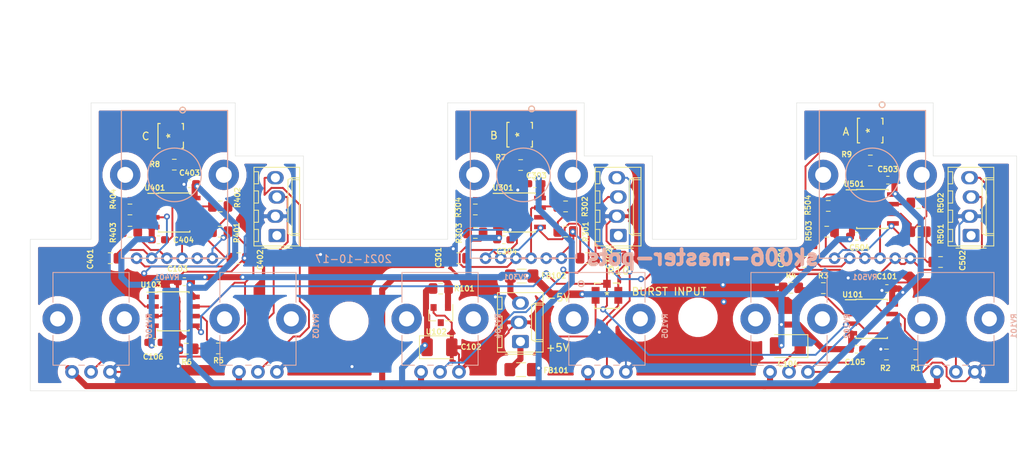
<source format=kicad_pcb>
(kicad_pcb (version 20171130) (host pcbnew "(5.1.5-0-10_14)")
  (layers (0 F.Cu signal) (31 B.Cu signal) (34 B.Paste user) (35 F.Paste user) (36 B.SilkS user) (37 F.SilkS user) (38 B.Mask user) (39 F.Mask user) (44 Edge.Cuts user))
  (net 0 "")
  (net 1 GND)
  (net 2 +5V)
  (net 3 -5V)
  (net 4 "Net-(C301-Pad1)")
  (net 5 "Net-(C302-Pad1)")
  (net 6 "Net-(C401-Pad1)")
  (net 7 "Net-(C402-Pad1)")
  (net 8 "Net-(C501-Pad1)")
  (net 9 "Net-(C502-Pad1)")
  (net 10 "Net-(FB101-Pad2)")
  (net 11 "Net-(FB102-Pad2)")
  (net 12 /Phase1/OUTPUT)
  (net 13 "Net-(J103-Pad3)")
  (net 14 "Net-(J103-Pad4)")
  (net 15 /sheet5FF0F40B/OUTPUT)
  (net 16 "Net-(J104-Pad3)")
  (net 17 "Net-(J104-Pad4)")
  (net 18 /sheet5FF0F8E5/OUTPUT)
  (net 19 "Net-(J105-Pad3)")
  (net 20 "Net-(J105-Pad4)")
  (net 21 VCCQ)
  (net 22 "Net-(R301-Pad1)")
  (net 23 "Net-(R302-Pad1)")
  (net 24 "Net-(R303-Pad1)")
  (net 25 "Net-(R401-Pad1)")
  (net 26 "Net-(R402-Pad1)")
  (net 27 "Net-(R403-Pad1)")
  (net 28 "Net-(R501-Pad1)")
  (net 29 "Net-(R502-Pad1)")
  (net 30 "Net-(R503-Pad1)")
  (net 31 /sheet5FF0F40B/INPUT)
  (net 32 /sheet5FF0F8E5/INPUT)
  (net 33 /Phase1/INPUT)
  (net 34 "Net-(J1-Pad1)")
  (net 35 "Net-(J201-Pad1)")
  (net 36 "Net-(J301-Pad1)")
  (net 37 "Net-(J401-Pad1)")
  (net 38 "Net-(R1-Pad1)")
  (net 39 "Net-(R3-Pad1)")
  (net 40 "Net-(R5-Pad1)")
  (module synkie_footprints:R_0805_2012Metric_Pad1.15x1.40mm_HandSolder (layer F.Cu) (at -288.5 -15.5 180)
    (fp_text reference R10 (at 0 -1.65) (layer F.SilkS))
    (fp_text value 75)
    (pad 2 smd roundrect (at 1.025 0 180) (size 1.15 1.4) (layers F.Cu F.Paste F.Mask) (roundrect_rratio 0.217391) (net 34 "Net-(J1-Pad1)"))
    (pad 1 smd roundrect (at -1.025 0 180) (size 1.15 1.4) (layers F.Cu F.Paste F.Mask) (roundrect_rratio 0.217391) (net 1 GND))
  )
  (module synkie_footprints:R_0805_2012Metric_Pad1.15x1.40mm_HandSolder (layer F.Cu) (at -255.275 -28.4 180)
    (fp_text reference R9 (at 3.125 0.8) (layer F.SilkS) (effects (font (size 0.7 0.7))))
    (fp_text value 75)
    (pad 2 smd roundrect (at 1.025 0 180) (size 1.15 1.4) (layers F.Cu F.Paste F.Mask) (roundrect_rratio 0.217391) (net 12 /Phase1/OUTPUT))
    (pad 1 smd roundrect (at -1.025 0 180) (size 1.15 1.4) (layers F.Cu F.Paste F.Mask) (roundrect_rratio 0.217391) (net 35 "Net-(J201-Pad1)"))
  )
  (module synkie_footprints:R_0805_2012Metric_Pad1.15x1.40mm_HandSolder (layer F.Cu) (at -347.025 -27.85 180)
    (fp_text reference R8 (at 2.575 0.05) (layer F.SilkS) (effects (font (size 0.7 0.7))))
    (fp_text value 75)
    (pad 2 smd roundrect (at 1.025 0 180) (size 1.15 1.4) (layers F.Cu F.Paste F.Mask) (roundrect_rratio 0.217391) (net 18 /sheet5FF0F8E5/OUTPUT))
    (pad 1 smd roundrect (at -1.025 0 180) (size 1.15 1.4) (layers F.Cu F.Paste F.Mask) (roundrect_rratio 0.217391) (net 37 "Net-(J401-Pad1)"))
  )
  (module synkie_footprints:R_0805_2012Metric_Pad1.15x1.40mm_HandSolder (layer F.Cu) (at -301.375 -27.8 180)
    (fp_text reference R7 (at 2.625 1) (layer F.SilkS) (effects (font (size 0.7 0.7))))
    (fp_text value 75)
    (pad 2 smd roundrect (at 1.025 0 180) (size 1.15 1.4) (layers F.Cu F.Paste F.Mask) (roundrect_rratio 0.217391) (net 15 /sheet5FF0F40B/OUTPUT))
    (pad 1 smd roundrect (at -1.025 0 180) (size 1.15 1.4) (layers F.Cu F.Paste F.Mask) (roundrect_rratio 0.217391) (net 36 "Net-(J301-Pad1)"))
  )
  (module synkie_footprints:R_0805_2012Metric_Pad1.15x1.40mm_HandSolder (layer F.Cu) (at -345.425 -3.55)
    (fp_text reference R6 (at 0.025 1.75) (layer F.SilkS) (effects (font (size 0.7 0.7))))
    (fp_text value 220)
    (pad 2 smd roundrect (at 1.025 0) (size 1.15 1.4) (layers F.Cu F.Paste F.Mask) (roundrect_rratio 0.217391) (net 40 "Net-(R5-Pad1)"))
    (pad 1 smd roundrect (at -1.025 0) (size 1.15 1.4) (layers F.Cu F.Paste F.Mask) (roundrect_rratio 0.217391) (net 1 GND))
  )
  (module synkie_footprints:R_0805_2012Metric_Pad1.15x1.40mm_HandSolder (layer F.Cu) (at -341.225 -3.6)
    (fp_text reference R5 (at 0.025 1.6) (layer F.SilkS) (effects (font (size 0.7 0.7))))
    (fp_text value 220)
    (pad 2 smd roundrect (at 1.025 0) (size 1.15 1.4) (layers F.Cu F.Paste F.Mask) (roundrect_rratio 0.217391) (net 32 /sheet5FF0F8E5/INPUT))
    (pad 1 smd roundrect (at -1.025 0) (size 1.15 1.4) (layers F.Cu F.Paste F.Mask) (roundrect_rratio 0.217391) (net 40 "Net-(R5-Pad1)"))
  )
  (module synkie_footprints:R_0805_2012Metric_Pad1.15x1.40mm_HandSolder (layer F.Cu) (at -265.75 -11.6)
    (fp_text reference R4 (at 0 -1.65) (layer F.SilkS) (effects (font (size 0.7 0.7))))
    (fp_text value 220)
    (pad 2 smd roundrect (at 1.025 0) (size 1.15 1.4) (layers F.Cu F.Paste F.Mask) (roundrect_rratio 0.217391) (net 39 "Net-(R3-Pad1)"))
    (pad 1 smd roundrect (at -1.025 0) (size 1.15 1.4) (layers F.Cu F.Paste F.Mask) (roundrect_rratio 0.217391) (net 1 GND))
  )
  (module synkie_footprints:R_0805_2012Metric_Pad1.15x1.40mm_HandSolder (layer F.Cu) (at -261.475 -11.55)
    (fp_text reference R3 (at 0 -1.65) (layer F.SilkS) (effects (font (size 0.7 0.7))))
    (fp_text value 220)
    (pad 2 smd roundrect (at 1.025 0) (size 1.15 1.4) (layers F.Cu F.Paste F.Mask) (roundrect_rratio 0.217391) (net 31 /sheet5FF0F40B/INPUT))
    (pad 1 smd roundrect (at -1.025 0) (size 1.15 1.4) (layers F.Cu F.Paste F.Mask) (roundrect_rratio 0.217391) (net 39 "Net-(R3-Pad1)"))
  )
  (module synkie_footprints:R_0805_2012Metric_Pad1.15x1.40mm_HandSolder (layer F.Cu) (at -253.15 -2.8)
    (fp_text reference R2 (at -0.15 1.8) (layer F.SilkS) (effects (font (size 0.7 0.7))))
    (fp_text value 220)
    (pad 2 smd roundrect (at 1.025 0) (size 1.15 1.4) (layers F.Cu F.Paste F.Mask) (roundrect_rratio 0.217391) (net 38 "Net-(R1-Pad1)"))
    (pad 1 smd roundrect (at -1.025 0) (size 1.15 1.4) (layers F.Cu F.Paste F.Mask) (roundrect_rratio 0.217391) (net 1 GND))
  )
  (module synkie_footprints:R_0805_2012Metric_Pad1.15x1.40mm_HandSolder (layer F.Cu) (at -249.3 -2.8)
    (fp_text reference R1 (at 0 1.8) (layer F.SilkS) (effects (font (size 0.7 0.7))))
    (fp_text value 220)
    (pad 2 smd roundrect (at 1.025 0) (size 1.15 1.4) (layers F.Cu F.Paste F.Mask) (roundrect_rratio 0.217391) (net 33 /Phase1/INPUT))
    (pad 1 smd roundrect (at -1.025 0) (size 1.15 1.4) (layers F.Cu F.Paste F.Mask) (roundrect_rratio 0.217391) (net 38 "Net-(R1-Pad1)"))
  )
  (module MountingHole:MountingHole_3.2mm_M3 (layer F.Cu) (at -278 -7.7)
    (fp_text reference H2 hide)
    (fp_text value MountingHole)
    (pad 1 np_thru_hole circle (at 0 0) (size 3.2 3.2) (drill 3.2) (layers *.Cu *.Mask))
  )
  (module MountingHole:MountingHole_3.2mm_M3 (layer F.Cu) (at -324 -7.2)
    (fp_text reference H1 hide)
    (fp_text value MountingHole)
    (pad 1 np_thru_hole circle (at 0 0) (size 3.2 3.2) (drill 3.2) (layers *.Cu *.Mask))
  )
  (module synkie_footprints:TE_UMCC_2337019-1 (layer F.Cu) (at -289.997501 -10.550601)
    (fp_text reference J1 hide)
    (fp_text value UMCC hide)
    (fp_text user * (at 0 0) (layer F.SilkS))
    (pad 1 smd rect (at 0 -1.5744) (size 1 1.05) (layers F.Cu F.Paste F.Mask) (net 34 "Net-(J1-Pad1)"))
    (pad 2 smd rect (at -1.497501 -0.049399) (size 1.0414 2.2098) (layers F.Cu F.Paste F.Mask) (net 1 GND))
    (pad 3 smd rect (at 1.497501 -0.049399) (size 1.0414 2.2098) (layers F.Cu F.Paste F.Mask) (net 1 GND))
  )
  (module synkie_footprints:SOIC-8_3.9x4.9mm_P1.27mm (layer F.Cu) (at -347.15 -8.495)
    (fp_text reference U103 (at -2.95 -3.505) (layer F.SilkS) (effects (font (size 0.7 0.7))))
    (fp_text value LMH6643)
    (pad 8 smd rect (at 2.7 -1.905) (size 1.55 0.6) (layers F.Cu F.Paste F.Mask) (net 2 +5V))
    (pad 7 smd rect (at 2.7 -0.635) (size 1.55 0.6) (layers F.Cu F.Paste F.Mask) (net 32 /sheet5FF0F8E5/INPUT))
    (pad 6 smd rect (at 2.7 0.635) (size 1.55 0.6) (layers F.Cu F.Paste F.Mask) (net 40 "Net-(R5-Pad1)"))
    (pad 5 smd rect (at 2.7 1.905) (size 1.55 0.6) (layers F.Cu F.Paste F.Mask) (net 34 "Net-(J1-Pad1)"))
    (pad 4 smd rect (at -2.7 1.905) (size 1.55 0.6) (layers F.Cu F.Paste F.Mask) (net 3 -5V))
    (pad 3 smd rect (at -2.7 0.635) (size 1.55 0.6) (layers F.Cu F.Paste F.Mask) (net 1 GND))
    (pad 2 smd rect (at -2.7 -0.635) (size 1.55 0.6) (layers F.Cu F.Paste F.Mask) (net 1 GND))
    (pad 1 smd rect (at -2.7 -1.905) (size 1.55 0.6) (layers F.Cu F.Paste F.Mask))
  )
  (module synkie_footprints:Potentiometer_Alps_RK09K_Single_Vertical (layer B.Cu) (at -292.5 -0.5 90)
    (fp_text reference RV105 (at 6.05 10.15 90) (layer B.SilkS) (effects (font (size 0.7 0.7)) (justify mirror)))
    (fp_text value SCALE)
    (pad "" np_thru_hole circle (at 7 -1.9 90) (size 4 4) (drill 2) (layers *.Cu *.Mask))
    (pad "" np_thru_hole circle (at 7 6.9 90) (size 4 4) (drill 2) (layers *.Cu *.Mask))
    (pad 1 thru_hole circle (at 0 0 90) (size 1.8 1.8) (drill 1) (layers *.Cu *.Mask) (net 21 VCCQ))
    (pad 2 thru_hole circle (at 0 2.5 90) (size 1.8 1.8) (drill 1) (layers *.Cu *.Mask) (net 17 "Net-(J104-Pad4)"))
    (pad 3 thru_hole circle (at 0 5 90) (size 1.8 1.8) (drill 1) (layers *.Cu *.Mask) (net 1 GND))
  )
  (module synkie_footprints:Potentiometer_Alps_RK09K_Single_Vertical (layer B.Cu) (at -338.5 -0.5 90)
    (fp_text reference RV103 (at 6.05 10.15 90) (layer B.SilkS) (effects (font (size 0.7 0.7)) (justify mirror)))
    (fp_text value SCALE)
    (pad "" np_thru_hole circle (at 7 -1.9 90) (size 4 4) (drill 2) (layers *.Cu *.Mask))
    (pad "" np_thru_hole circle (at 7 6.9 90) (size 4 4) (drill 2) (layers *.Cu *.Mask))
    (pad 1 thru_hole circle (at 0 0 90) (size 1.8 1.8) (drill 1) (layers *.Cu *.Mask) (net 21 VCCQ))
    (pad 2 thru_hole circle (at 0 2.5 90) (size 1.8 1.8) (drill 1) (layers *.Cu *.Mask) (net 20 "Net-(J105-Pad4)"))
    (pad 3 thru_hole circle (at 0 5 90) (size 1.8 1.8) (drill 1) (layers *.Cu *.Mask) (net 1 GND))
  )
  (module synkie_footprints:Potentiometer_Alps_RK09K_Single_Vertical (layer B.Cu) (at -246.5 -0.5 90)
    (fp_text reference RV101 (at 6.05 10.15 90) (layer B.SilkS) (effects (font (size 0.7 0.7)) (justify mirror)))
    (fp_text value SCALE)
    (pad "" np_thru_hole circle (at 7 -1.9 90) (size 4 4) (drill 2) (layers *.Cu *.Mask))
    (pad "" np_thru_hole circle (at 7 6.9 90) (size 4 4) (drill 2) (layers *.Cu *.Mask))
    (pad 1 thru_hole circle (at 0 0 90) (size 1.8 1.8) (drill 1) (layers *.Cu *.Mask) (net 21 VCCQ))
    (pad 2 thru_hole circle (at 0 2.5 90) (size 1.8 1.8) (drill 1) (layers *.Cu *.Mask) (net 14 "Net-(J103-Pad4)"))
    (pad 3 thru_hole circle (at 0 5 90) (size 1.8 1.8) (drill 1) (layers *.Cu *.Mask) (net 1 GND))
  )
  (module synkie_footprints:TE_UMCC_2337019-1 (layer F.Cu) (at -347.5 -31.65 270)
    (fp_text reference J401 hide)
    (fp_text value UMCC hide)
    (fp_text user * (at 0 0 90) (layer F.SilkS))
    (pad 1 smd rect (at 0 -1.5744 270) (size 1 1.05) (layers F.Cu F.Paste F.Mask) (net 37 "Net-(J401-Pad1)"))
    (pad 2 smd rect (at -1.497501 -0.049399 270) (size 1.0414 2.2098) (layers F.Cu F.Paste F.Mask) (net 1 GND))
    (pad 3 smd rect (at 1.497501 -0.049399 270) (size 1.0414 2.2098) (layers F.Cu F.Paste F.Mask) (net 1 GND))
  )
  (module synkie_footprints:TE_UMCC_2337019-1 (layer F.Cu) (at -301.5 -31.8 270)
    (fp_text reference J301 hide)
    (fp_text value UMCC hide)
    (fp_text user * (at 0 0 90) (layer F.SilkS))
    (pad 1 smd rect (at 0 -1.5744 270) (size 1 1.05) (layers F.Cu F.Paste F.Mask) (net 36 "Net-(J301-Pad1)"))
    (pad 2 smd rect (at -1.497501 -0.049399 270) (size 1.0414 2.2098) (layers F.Cu F.Paste F.Mask) (net 1 GND))
    (pad 3 smd rect (at 1.497501 -0.049399 270) (size 1.0414 2.2098) (layers F.Cu F.Paste F.Mask) (net 1 GND))
  )
  (module synkie_footprints:TE_UMCC_2337019-1 (layer F.Cu) (at -255.299399 -32.347501 270)
    (fp_text reference J201 hide)
    (fp_text value UMCC hide)
    (fp_text user * (at 0 0 90) (layer F.SilkS))
    (pad 1 smd rect (at 0 -1.5744 270) (size 1 1.05) (layers F.Cu F.Paste F.Mask) (net 35 "Net-(J201-Pad1)"))
    (pad 2 smd rect (at -1.497501 -0.049399 270) (size 1.0414 2.2098) (layers F.Cu F.Paste F.Mask) (net 1 GND))
    (pad 3 smd rect (at 1.497501 -0.049399 270) (size 1.0414 2.2098) (layers F.Cu F.Paste F.Mask) (net 1 GND))
  )
  (module synkie_footprints:RK12L123 (layer B.Cu) (at -255 -15.5 180)
    (fp_text reference RV501 (at 1 -2.5) (layer B.SilkS) (effects (font (size 0.7 0.7)) (justify mirror)))
    (fp_text value R_POT_Dual)
    (pad 9 thru_hole circle (at -6.5 11 180) (size 4 4) (drill 2.1) (layers *.Cu *.Mask))
    (pad 7 thru_hole circle (at 6.5 11 180) (size 4 4) (drill 2.1) (layers *.Cu *.Mask))
    (pad 6 thru_hole circle (at 3 0 180) (size 1.524 1.524) (drill 0.8) (layers *.Cu *.Mask) (net 8 "Net-(C501-Pad1)"))
    (pad 5 thru_hole circle (at 1 0 180) (size 1.524 1.524) (drill 0.8) (layers *.Cu *.Mask) (net 29 "Net-(R502-Pad1)"))
    (pad 4 thru_hole circle (at -1 0 180) (size 1.524 1.524) (drill 0.8) (layers *.Cu *.Mask) (net 29 "Net-(R502-Pad1)"))
    (pad 3 thru_hole circle (at 5 0 180) (size 1.524 1.524) (drill 0.8) (layers *.Cu *.Mask) (net 9 "Net-(C502-Pad1)"))
    (pad 2 thru_hole circle (at -5 0 180) (size 1.524 1.524) (drill 0.8) (layers *.Cu *.Mask) (net 33 /Phase1/INPUT))
    (pad 1 thru_hole circle (at -3 0 180) (size 1.524 1.524) (drill 0.8) (layers *.Cu *.Mask) (net 33 /Phase1/INPUT))
  )
  (module synkie_footprints:RK12L123 (layer B.Cu) (at -347 -15.5 180)
    (fp_text reference RV401 (at 1 -2.5) (layer B.SilkS) (effects (font (size 0.7 0.7)) (justify mirror)))
    (fp_text value R_POT_Dual)
    (pad 9 thru_hole circle (at -6.5 11 180) (size 4 4) (drill 2.1) (layers *.Cu *.Mask))
    (pad 7 thru_hole circle (at 6.5 11 180) (size 4 4) (drill 2.1) (layers *.Cu *.Mask))
    (pad 6 thru_hole circle (at 3 0 180) (size 1.524 1.524) (drill 0.8) (layers *.Cu *.Mask) (net 6 "Net-(C401-Pad1)"))
    (pad 5 thru_hole circle (at 1 0 180) (size 1.524 1.524) (drill 0.8) (layers *.Cu *.Mask) (net 26 "Net-(R402-Pad1)"))
    (pad 4 thru_hole circle (at -1 0 180) (size 1.524 1.524) (drill 0.8) (layers *.Cu *.Mask) (net 26 "Net-(R402-Pad1)"))
    (pad 3 thru_hole circle (at 5 0 180) (size 1.524 1.524) (drill 0.8) (layers *.Cu *.Mask) (net 7 "Net-(C402-Pad1)"))
    (pad 2 thru_hole circle (at -5 0 180) (size 1.524 1.524) (drill 0.8) (layers *.Cu *.Mask) (net 32 /sheet5FF0F8E5/INPUT))
    (pad 1 thru_hole circle (at -3 0 180) (size 1.524 1.524) (drill 0.8) (layers *.Cu *.Mask) (net 32 /sheet5FF0F8E5/INPUT))
  )
  (module synkie_footprints:RK12L123 (layer B.Cu) (at -301 -15.5 180)
    (fp_text reference RV301 (at 1 -2.5) (layer B.SilkS) (effects (font (size 0.7 0.7)) (justify mirror)))
    (fp_text value R_POT_Dual)
    (pad 9 thru_hole circle (at -6.5 11 180) (size 4 4) (drill 2.1) (layers *.Cu *.Mask))
    (pad 7 thru_hole circle (at 6.5 11 180) (size 4 4) (drill 2.1) (layers *.Cu *.Mask))
    (pad 6 thru_hole circle (at 3 0 180) (size 1.524 1.524) (drill 0.8) (layers *.Cu *.Mask) (net 4 "Net-(C301-Pad1)"))
    (pad 5 thru_hole circle (at 1 0 180) (size 1.524 1.524) (drill 0.8) (layers *.Cu *.Mask) (net 23 "Net-(R302-Pad1)"))
    (pad 4 thru_hole circle (at -1 0 180) (size 1.524 1.524) (drill 0.8) (layers *.Cu *.Mask) (net 23 "Net-(R302-Pad1)"))
    (pad 3 thru_hole circle (at 5 0 180) (size 1.524 1.524) (drill 0.8) (layers *.Cu *.Mask) (net 5 "Net-(C302-Pad1)"))
    (pad 2 thru_hole circle (at -5 0 180) (size 1.524 1.524) (drill 0.8) (layers *.Cu *.Mask) (net 31 /sheet5FF0F40B/INPUT))
    (pad 1 thru_hole circle (at -3 0 180) (size 1.524 1.524) (drill 0.8) (layers *.Cu *.Mask) (net 31 /sheet5FF0F40B/INPUT))
  )
  (module synkie_footprints:SOIC-8_3.9x4.9mm_P1.27mm (layer F.Cu) (at -255 -22)
    (fp_text reference U501 (at -2.4 -3.3) (layer F.SilkS) (effects (font (size 0.7 0.7))))
    (fp_text value LMH6643)
    (pad 8 smd rect (at 2.7 -1.905) (size 1.55 0.6) (layers F.Cu F.Paste F.Mask) (net 2 +5V))
    (pad 7 smd rect (at 2.7 -0.635) (size 1.55 0.6) (layers F.Cu F.Paste F.Mask) (net 29 "Net-(R502-Pad1)"))
    (pad 6 smd rect (at 2.7 0.635) (size 1.55 0.6) (layers F.Cu F.Paste F.Mask) (net 28 "Net-(R501-Pad1)"))
    (pad 5 smd rect (at 2.7 1.905) (size 1.55 0.6) (layers F.Cu F.Paste F.Mask) (net 9 "Net-(C502-Pad1)"))
    (pad 4 smd rect (at -2.7 1.905) (size 1.55 0.6) (layers F.Cu F.Paste F.Mask) (net 3 -5V))
    (pad 3 smd rect (at -2.7 0.635) (size 1.55 0.6) (layers F.Cu F.Paste F.Mask) (net 8 "Net-(C501-Pad1)"))
    (pad 2 smd rect (at -2.7 -0.635) (size 1.55 0.6) (layers F.Cu F.Paste F.Mask) (net 30 "Net-(R503-Pad1)"))
    (pad 1 smd rect (at -2.7 -1.905) (size 1.55 0.6) (layers F.Cu F.Paste F.Mask) (net 12 /Phase1/OUTPUT))
  )
  (module synkie_footprints:SOIC-8_3.9x4.9mm_P1.27mm (layer F.Cu) (at -347.045 -21.535)
    (fp_text reference U401 (at -2.555 -3.265) (layer F.SilkS) (effects (font (size 0.7 0.7))))
    (fp_text value LMH6643)
    (pad 8 smd rect (at 2.7 -1.905) (size 1.55 0.6) (layers F.Cu F.Paste F.Mask) (net 2 +5V))
    (pad 7 smd rect (at 2.7 -0.635) (size 1.55 0.6) (layers F.Cu F.Paste F.Mask) (net 26 "Net-(R402-Pad1)"))
    (pad 6 smd rect (at 2.7 0.635) (size 1.55 0.6) (layers F.Cu F.Paste F.Mask) (net 25 "Net-(R401-Pad1)"))
    (pad 5 smd rect (at 2.7 1.905) (size 1.55 0.6) (layers F.Cu F.Paste F.Mask) (net 7 "Net-(C402-Pad1)"))
    (pad 4 smd rect (at -2.7 1.905) (size 1.55 0.6) (layers F.Cu F.Paste F.Mask) (net 3 -5V))
    (pad 3 smd rect (at -2.7 0.635) (size 1.55 0.6) (layers F.Cu F.Paste F.Mask) (net 6 "Net-(C401-Pad1)"))
    (pad 2 smd rect (at -2.7 -0.635) (size 1.55 0.6) (layers F.Cu F.Paste F.Mask) (net 27 "Net-(R403-Pad1)"))
    (pad 1 smd rect (at -2.7 -1.905) (size 1.55 0.6) (layers F.Cu F.Paste F.Mask) (net 18 /sheet5FF0F8E5/OUTPUT))
  )
  (module synkie_footprints:SOIC-8_3.9x4.9mm_P1.27mm (layer F.Cu) (at -301.5225 -21.535)
    (fp_text reference U301 (at -2.1775 -3.265) (layer F.SilkS) (effects (font (size 0.7 0.7))))
    (fp_text value LMH6643)
    (pad 8 smd rect (at 2.7 -1.905) (size 1.55 0.6) (layers F.Cu F.Paste F.Mask) (net 2 +5V))
    (pad 7 smd rect (at 2.7 -0.635) (size 1.55 0.6) (layers F.Cu F.Paste F.Mask) (net 23 "Net-(R302-Pad1)"))
    (pad 6 smd rect (at 2.7 0.635) (size 1.55 0.6) (layers F.Cu F.Paste F.Mask) (net 22 "Net-(R301-Pad1)"))
    (pad 5 smd rect (at 2.7 1.905) (size 1.55 0.6) (layers F.Cu F.Paste F.Mask) (net 5 "Net-(C302-Pad1)"))
    (pad 4 smd rect (at -2.7 1.905) (size 1.55 0.6) (layers F.Cu F.Paste F.Mask) (net 3 -5V))
    (pad 3 smd rect (at -2.7 0.635) (size 1.55 0.6) (layers F.Cu F.Paste F.Mask) (net 4 "Net-(C301-Pad1)"))
    (pad 2 smd rect (at -2.7 -0.635) (size 1.55 0.6) (layers F.Cu F.Paste F.Mask) (net 24 "Net-(R303-Pad1)"))
    (pad 1 smd rect (at -2.7 -1.905) (size 1.55 0.6) (layers F.Cu F.Paste F.Mask) (net 15 /sheet5FF0F40B/OUTPUT))
  )
  (module synkie_footprints:SOT-23 (layer F.Cu) (at -311.9 -8 270)
    (fp_text reference U102 (at 2.2 0.6 180) (layer F.SilkS) (effects (font (size 0.7 0.7))))
    (fp_text value ADR510)
    (pad 3 smd rect (at 1 0 270) (size 0.9 0.8) (layers F.Cu F.Paste F.Mask))
    (pad 2 smd rect (at -1 0.95 270) (size 0.9 0.8) (layers F.Cu F.Paste F.Mask) (net 1 GND))
    (pad 1 smd rect (at -1 -0.95 270) (size 0.9 0.8) (layers F.Cu F.Paste F.Mask) (net 21 VCCQ))
  )
  (module synkie_footprints:SOIC-8_3.9x4.9mm_P1.27mm (layer F.Cu) (at -255.1 -7.5)
    (fp_text reference U101 (at -2.5 -3.2) (layer F.SilkS) (effects (font (size 0.7 0.7))))
    (fp_text value LMH6643)
    (pad 8 smd rect (at 2.7 -1.905) (size 1.55 0.6) (layers F.Cu F.Paste F.Mask) (net 2 +5V))
    (pad 7 smd rect (at 2.7 -0.635) (size 1.55 0.6) (layers F.Cu F.Paste F.Mask) (net 33 /Phase1/INPUT))
    (pad 6 smd rect (at 2.7 0.635) (size 1.55 0.6) (layers F.Cu F.Paste F.Mask) (net 38 "Net-(R1-Pad1)"))
    (pad 5 smd rect (at 2.7 1.905) (size 1.55 0.6) (layers F.Cu F.Paste F.Mask) (net 34 "Net-(J1-Pad1)"))
    (pad 4 smd rect (at -2.7 1.905) (size 1.55 0.6) (layers F.Cu F.Paste F.Mask) (net 3 -5V))
    (pad 3 smd rect (at -2.7 0.635) (size 1.55 0.6) (layers F.Cu F.Paste F.Mask) (net 34 "Net-(J1-Pad1)"))
    (pad 2 smd rect (at -2.7 -0.635) (size 1.55 0.6) (layers F.Cu F.Paste F.Mask) (net 39 "Net-(R3-Pad1)"))
    (pad 1 smd rect (at -2.7 -1.905) (size 1.55 0.6) (layers F.Cu F.Paste F.Mask) (net 31 /sheet5FF0F40B/INPUT))
  )
  (module synkie_footprints:Potentiometer_Alps_RK09K_Single_Vertical (layer B.Cu) (at -360.5 -0.5 90)
    (fp_text reference RV106 (at 6.05 10.15 270) (layer B.SilkS) (effects (font (size 0.7 0.7)) (justify mirror)))
    (fp_text value BIAS)
    (pad "" np_thru_hole circle (at 7 -1.9 90) (size 4 4) (drill 2) (layers *.Cu *.Mask))
    (pad "" np_thru_hole circle (at 7 6.9 90) (size 4 4) (drill 2) (layers *.Cu *.Mask))
    (pad 1 thru_hole circle (at 0 0 90) (size 1.8 1.8) (drill 1) (layers *.Cu *.Mask) (net 21 VCCQ))
    (pad 2 thru_hole circle (at 0 2.5 90) (size 1.8 1.8) (drill 1) (layers *.Cu *.Mask) (net 19 "Net-(J105-Pad3)"))
    (pad 3 thru_hole circle (at 0 5 90) (size 1.8 1.8) (drill 1) (layers *.Cu *.Mask) (net 1 GND))
  )
  (module synkie_footprints:Potentiometer_Alps_RK09K_Single_Vertical (layer B.Cu) (at -314.5 -0.5 90)
    (fp_text reference RV104 (at 6.05 10.15 270) (layer B.SilkS) (effects (font (size 0.7 0.7)) (justify mirror)))
    (fp_text value BIAS)
    (pad "" np_thru_hole circle (at 7 -1.9 90) (size 4 4) (drill 2) (layers *.Cu *.Mask))
    (pad "" np_thru_hole circle (at 7 6.9 90) (size 4 4) (drill 2) (layers *.Cu *.Mask))
    (pad 1 thru_hole circle (at 0 0 90) (size 1.8 1.8) (drill 1) (layers *.Cu *.Mask) (net 21 VCCQ))
    (pad 2 thru_hole circle (at 0 2.5 90) (size 1.8 1.8) (drill 1) (layers *.Cu *.Mask) (net 16 "Net-(J104-Pad3)"))
    (pad 3 thru_hole circle (at 0 5 90) (size 1.8 1.8) (drill 1) (layers *.Cu *.Mask) (net 1 GND))
  )
  (module synkie_footprints:Potentiometer_Alps_RK09K_Single_Vertical (layer B.Cu) (at -268.5 -0.5 90)
    (fp_text reference RV102 (at 6.05 10.15 90) (layer B.SilkS) (effects (font (size 0.7 0.7)) (justify mirror)))
    (fp_text value BIAS)
    (pad "" np_thru_hole circle (at 7 -1.9 90) (size 4 4) (drill 2) (layers *.Cu *.Mask))
    (pad "" np_thru_hole circle (at 7 6.9 90) (size 4 4) (drill 2) (layers *.Cu *.Mask))
    (pad 1 thru_hole circle (at 0 0 90) (size 1.8 1.8) (drill 1) (layers *.Cu *.Mask) (net 21 VCCQ))
    (pad 2 thru_hole circle (at 0 2.5 90) (size 1.8 1.8) (drill 1) (layers *.Cu *.Mask) (net 13 "Net-(J103-Pad3)"))
    (pad 3 thru_hole circle (at 0 5 90) (size 1.8 1.8) (drill 1) (layers *.Cu *.Mask) (net 1 GND))
  )
  (module synkie_footprints:R_0805_2012Metric_Pad1.15x1.40mm_HandSolder (layer F.Cu) (at -260.825 -22.4)
    (fp_text reference R504 (at -2.675 -0.1 90) (layer F.SilkS) (effects (font (size 0.7 0.7))))
    (fp_text value 220)
    (pad 2 smd roundrect (at 1.025 0) (size 1.15 1.4) (layers F.Cu F.Paste F.Mask) (roundrect_rratio 0.217391) (net 30 "Net-(R503-Pad1)"))
    (pad 1 smd roundrect (at -1.025 0) (size 1.15 1.4) (layers F.Cu F.Paste F.Mask) (roundrect_rratio 0.217391) (net 12 /Phase1/OUTPUT))
  )
  (module synkie_footprints:R_0805_2012Metric_Pad1.15x1.40mm_HandSolder (layer F.Cu) (at -261.025 -19)
    (fp_text reference R503 (at -2.375 -0.1 90) (layer F.SilkS) (effects (font (size 0.7 0.7))))
    (fp_text value 220)
    (pad 2 smd roundrect (at 1.025 0) (size 1.15 1.4) (layers F.Cu F.Paste F.Mask) (roundrect_rratio 0.217391) (net 29 "Net-(R502-Pad1)"))
    (pad 1 smd roundrect (at -1.025 0) (size 1.15 1.4) (layers F.Cu F.Paste F.Mask) (roundrect_rratio 0.217391) (net 30 "Net-(R503-Pad1)"))
  )
  (module synkie_footprints:R_0805_2012Metric_Pad1.15x1.40mm_HandSolder (layer F.Cu) (at -248.925 -22.8)
    (fp_text reference R502 (at 2.925 0 90) (layer F.SilkS) (effects (font (size 0.7 0.7))))
    (fp_text value 220)
    (pad 2 smd roundrect (at 1.025 0) (size 1.15 1.4) (layers F.Cu F.Paste F.Mask) (roundrect_rratio 0.217391) (net 28 "Net-(R501-Pad1)"))
    (pad 1 smd roundrect (at -1.025 0) (size 1.15 1.4) (layers F.Cu F.Paste F.Mask) (roundrect_rratio 0.217391) (net 29 "Net-(R502-Pad1)"))
  )
  (module synkie_footprints:R_0805_2012Metric_Pad1.15x1.40mm_HandSolder (layer F.Cu) (at -248.925 -19)
    (fp_text reference R501 (at 2.925 0.3 90) (layer F.SilkS) (effects (font (size 0.7 0.7))))
    (fp_text value 220)
    (pad 2 smd roundrect (at 1.025 0) (size 1.15 1.4) (layers F.Cu F.Paste F.Mask) (roundrect_rratio 0.217391) (net 33 /Phase1/INPUT))
    (pad 1 smd roundrect (at -1.025 0) (size 1.15 1.4) (layers F.Cu F.Paste F.Mask) (roundrect_rratio 0.217391) (net 28 "Net-(R501-Pad1)"))
  )
  (module synkie_footprints:R_0805_2012Metric_Pad1.15x1.40mm_HandSolder (layer F.Cu) (at -352.87 -21.935)
    (fp_text reference R404 (at -2.23 -1.365 90) (layer F.SilkS) (effects (font (size 0.7 0.7))))
    (fp_text value 220)
    (pad 2 smd roundrect (at 1.025 0) (size 1.15 1.4) (layers F.Cu F.Paste F.Mask) (roundrect_rratio 0.217391) (net 27 "Net-(R403-Pad1)"))
    (pad 1 smd roundrect (at -1.025 0) (size 1.15 1.4) (layers F.Cu F.Paste F.Mask) (roundrect_rratio 0.217391) (net 18 /sheet5FF0F8E5/OUTPUT))
  )
  (module synkie_footprints:R_0805_2012Metric_Pad1.15x1.40mm_HandSolder (layer F.Cu) (at -352.87 -19)
    (fp_text reference R403 (at -2.23 0.135 90) (layer F.SilkS) (effects (font (size 0.7 0.7))))
    (fp_text value 220)
    (pad 2 smd roundrect (at 1.025 0) (size 1.15 1.4) (layers F.Cu F.Paste F.Mask) (roundrect_rratio 0.217391) (net 26 "Net-(R402-Pad1)"))
    (pad 1 smd roundrect (at -1.025 0) (size 1.15 1.4) (layers F.Cu F.Paste F.Mask) (roundrect_rratio 0.217391) (net 27 "Net-(R403-Pad1)"))
  )
  (module synkie_footprints:R_0805_2012Metric_Pad1.15x1.40mm_HandSolder (layer F.Cu) (at -340.97 -22.335)
    (fp_text reference R402 (at 2.27 -1.165 90) (layer F.SilkS) (effects (font (size 0.7 0.7))))
    (fp_text value 220)
    (pad 2 smd roundrect (at 1.025 0) (size 1.15 1.4) (layers F.Cu F.Paste F.Mask) (roundrect_rratio 0.217391) (net 25 "Net-(R401-Pad1)"))
    (pad 1 smd roundrect (at -1.025 0) (size 1.15 1.4) (layers F.Cu F.Paste F.Mask) (roundrect_rratio 0.217391) (net 26 "Net-(R402-Pad1)"))
  )
  (module synkie_footprints:R_0805_2012Metric_Pad1.15x1.40mm_HandSolder (layer F.Cu) (at -340.97 -19)
    (fp_text reference R401 (at 2.17 0.135 90) (layer F.SilkS) (effects (font (size 0.7 0.7))))
    (fp_text value 220)
    (pad 2 smd roundrect (at 1.025 0) (size 1.15 1.4) (layers F.Cu F.Paste F.Mask) (roundrect_rratio 0.217391) (net 32 /sheet5FF0F8E5/INPUT))
    (pad 1 smd roundrect (at -1.025 0) (size 1.15 1.4) (layers F.Cu F.Paste F.Mask) (roundrect_rratio 0.217391) (net 25 "Net-(R401-Pad1)"))
  )
  (module synkie_footprints:R_0805_2012Metric_Pad1.15x1.40mm_HandSolder (layer F.Cu) (at -307.3475 -21.935)
    (fp_text reference R304 (at -2.2525 -0.265 90) (layer F.SilkS) (effects (font (size 0.7 0.7))))
    (fp_text value 220)
    (pad 2 smd roundrect (at 1.025 0) (size 1.15 1.4) (layers F.Cu F.Paste F.Mask) (roundrect_rratio 0.217391) (net 24 "Net-(R303-Pad1)"))
    (pad 1 smd roundrect (at -1.025 0) (size 1.15 1.4) (layers F.Cu F.Paste F.Mask) (roundrect_rratio 0.217391) (net 15 /sheet5FF0F40B/OUTPUT))
  )
  (module synkie_footprints:R_0805_2012Metric_Pad1.15x1.40mm_HandSolder (layer F.Cu) (at -307.3475 -18.835)
    (fp_text reference R303 (at -2.1525 0.035 90) (layer F.SilkS) (effects (font (size 0.7 0.7))))
    (fp_text value 220)
    (pad 2 smd roundrect (at 1.025 0) (size 1.15 1.4) (layers F.Cu F.Paste F.Mask) (roundrect_rratio 0.217391) (net 23 "Net-(R302-Pad1)"))
    (pad 1 smd roundrect (at -1.025 0) (size 1.15 1.4) (layers F.Cu F.Paste F.Mask) (roundrect_rratio 0.217391) (net 24 "Net-(R303-Pad1)"))
  )
  (module synkie_footprints:R_0805_2012Metric_Pad1.15x1.40mm_HandSolder (layer F.Cu) (at -295.4475 -22.335)
    (fp_text reference R302 (at 2.5475 0.035 90) (layer F.SilkS) (effects (font (size 0.7 0.7))))
    (fp_text value 220)
    (pad 2 smd roundrect (at 1.025 0) (size 1.15 1.4) (layers F.Cu F.Paste F.Mask) (roundrect_rratio 0.217391) (net 22 "Net-(R301-Pad1)"))
    (pad 1 smd roundrect (at -1.025 0) (size 1.15 1.4) (layers F.Cu F.Paste F.Mask) (roundrect_rratio 0.217391) (net 23 "Net-(R302-Pad1)"))
  )
  (module synkie_footprints:R_0805_2012Metric_Pad1.15x1.40mm_HandSolder (layer F.Cu) (at -295.4475 -19.035)
    (fp_text reference R301 (at 2.6475 0.035 90) (layer F.SilkS) (effects (font (size 0.7 0.7))))
    (fp_text value 220)
    (pad 2 smd roundrect (at 1.025 0) (size 1.15 1.4) (layers F.Cu F.Paste F.Mask) (roundrect_rratio 0.217391) (net 31 /sheet5FF0F40B/INPUT))
    (pad 1 smd roundrect (at -1.025 0) (size 1.15 1.4) (layers F.Cu F.Paste F.Mask) (roundrect_rratio 0.217391) (net 22 "Net-(R301-Pad1)"))
  )
  (module synkie_footprints:R_0805_2012Metric_Pad1.15x1.40mm_HandSolder (layer F.Cu) (at -311.9 -11.5)
    (fp_text reference R101 (at 3.1 0) (layer F.SilkS) (effects (font (size 0.7 0.7))))
    (fp_text value 560)
    (pad 2 smd roundrect (at 1.025 0) (size 1.15 1.4) (layers F.Cu F.Paste F.Mask) (roundrect_rratio 0.217391) (net 21 VCCQ))
    (pad 1 smd roundrect (at -1.025 0) (size 1.15 1.4) (layers F.Cu F.Paste F.Mask) (roundrect_rratio 0.217391) (net 2 +5V))
  )
  (module synkie_footprints:Molex_KK-254_AE-6410-04A_1x04_P2.54mm_Vertical (layer F.Cu) (at -333.5 -18.5 90)
    (fp_text reference J105 hide)
    (fp_text value C)
    (pad 1 thru_hole roundrect (at 0 0 90) (size 1.74 2.2) (drill 1.2) (layers *.Cu *.Mask) (roundrect_rratio 0.143678))
    (pad 2 thru_hole oval (at 2.54 -0.2 90) (size 1.74 2.2) (drill 1.2) (layers *.Cu *.Mask) (net 1 GND))
    (pad 3 thru_hole oval (at 5.08 0 90) (size 1.74 2.2) (drill 1.2) (layers *.Cu *.Mask) (net 19 "Net-(J105-Pad3)"))
    (pad 4 thru_hole oval (at 7.62 -0.2 90) (size 1.74 2.2) (drill 1.2) (layers *.Cu *.Mask) (net 20 "Net-(J105-Pad4)"))
  )
  (module synkie_footprints:Molex_KK-254_AE-6410-04A_1x04_P2.54mm_Vertical (layer F.Cu) (at -288.5 -18.5 90)
    (fp_text reference J104 hide)
    (fp_text value B)
    (pad 1 thru_hole roundrect (at 0 0 90) (size 1.74 2.2) (drill 1.2) (layers *.Cu *.Mask) (roundrect_rratio 0.143678))
    (pad 2 thru_hole oval (at 2.54 -0.2 90) (size 1.74 2.2) (drill 1.2) (layers *.Cu *.Mask) (net 1 GND))
    (pad 3 thru_hole oval (at 5.08 0 90) (size 1.74 2.2) (drill 1.2) (layers *.Cu *.Mask) (net 16 "Net-(J104-Pad3)"))
    (pad 4 thru_hole oval (at 7.62 -0.2 90) (size 1.74 2.2) (drill 1.2) (layers *.Cu *.Mask) (net 17 "Net-(J104-Pad4)"))
  )
  (module synkie_footprints:Molex_KK-254_AE-6410-04A_1x04_P2.54mm_Vertical (layer F.Cu) (at -242 -18.5 90)
    (fp_text reference J103 hide)
    (fp_text value A)
    (pad 1 thru_hole roundrect (at 0 0 90) (size 1.74 2.2) (drill 1.2) (layers *.Cu *.Mask) (roundrect_rratio 0.143678))
    (pad 2 thru_hole oval (at 2.54 -0.2 90) (size 1.74 2.2) (drill 1.2) (layers *.Cu *.Mask) (net 1 GND))
    (pad 3 thru_hole oval (at 5.08 0 90) (size 1.74 2.2) (drill 1.2) (layers *.Cu *.Mask) (net 13 "Net-(J103-Pad3)"))
    (pad 4 thru_hole oval (at 7.62 -0.2 90) (size 1.74 2.2) (drill 1.2) (layers *.Cu *.Mask) (net 14 "Net-(J103-Pad4)"))
  )
  (module synkie_footprints:Molex_KK-254_AE-6410-03A_1x03_P2.54mm_Vertical (layer F.Cu) (at -301.4 -4.5 90)
    (fp_text reference J101 hide)
    (fp_text value Conn_01x03)
    (pad 3 thru_hole oval (at 5.08 0 90) (size 1.74 2.2) (drill 1.2) (layers *.Cu *.Mask) (net 11 "Net-(FB102-Pad2)"))
    (pad 2 thru_hole oval (at 2.54 -0.2 90) (size 1.74 2.2) (drill 1.2) (layers *.Cu *.Mask) (net 1 GND))
    (pad 1 thru_hole roundrect (at 0 0 90) (size 1.74 2.2) (drill 1.2) (layers *.Cu *.Mask) (roundrect_rratio 0.143678) (net 10 "Net-(FB101-Pad2)"))
  )
  (module synkie_footprints:L_1206_3216Metric_Pad1.42x1.75mm_HandSolder (layer F.Cu) (at -301.2375 -13.15 180)
    (fp_text reference FB102 (at -4.2375 0.05) (layer F.SilkS) (effects (font (size 0.7 0.7))))
    (fp_text value Ferrite_Bead)
    (pad 2 smd roundrect (at 1.4875 0 180) (size 1.425 1.75) (layers F.Cu F.Paste F.Mask) (roundrect_rratio 0.175439) (net 11 "Net-(FB102-Pad2)"))
    (pad 1 smd roundrect (at -1.4875 0 180) (size 1.425 1.75) (layers F.Cu F.Paste F.Mask) (roundrect_rratio 0.175439) (net 3 -5V))
  )
  (module synkie_footprints:L_1206_3216Metric_Pad1.42x1.75mm_HandSolder (layer F.Cu) (at -301.3125 -0.8 180)
    (fp_text reference FB101 (at -4.6125 -0.1 180) (layer F.SilkS) (effects (font (size 0.7 0.7))))
    (fp_text value Ferrite_Bead)
    (pad 2 smd roundrect (at 1.4875 0 180) (size 1.425 1.75) (layers F.Cu F.Paste F.Mask) (roundrect_rratio 0.175439) (net 10 "Net-(FB101-Pad2)"))
    (pad 1 smd roundrect (at -1.4875 0 180) (size 1.425 1.75) (layers F.Cu F.Paste F.Mask) (roundrect_rratio 0.175439) (net 2 +5V))
  )
  (module synkie_footprints:C_0603_1608Metric_Pad1.05x0.95mm_HandSolder (layer F.Cu) (at -257.075 -18.4)
    (fp_text reference C504 (at 0.375 1.5) (layer F.SilkS) (effects (font (size 0.7 0.7))))
    (fp_text value 100n)
    (pad 2 smd roundrect (at 0.875 0) (size 1.05 0.95) (layers F.Cu F.Paste F.Mask) (net 1 GND))
    (pad 1 smd roundrect (at -0.875 0) (size 1.05 0.95) (layers F.Cu F.Paste F.Mask) (net 3 -5V))
  )
  (module synkie_footprints:C_0603_1608Metric_Pad1.05x0.95mm_HandSolder (layer F.Cu) (at -252.975 -25.8)
    (fp_text reference C503 (at 0 -1.43) (layer F.SilkS) (effects (font (size 0.7 0.7))))
    (fp_text value 100n)
    (pad 2 smd roundrect (at 0.875 0) (size 1.05 0.95) (layers F.Cu F.Paste F.Mask) (net 2 +5V))
    (pad 1 smd roundrect (at -0.875 0) (size 1.05 0.95) (layers F.Cu F.Paste F.Mask) (net 1 GND))
  )
  (module synkie_footprints:C_0805_2012Metric_Pad1.15x1.40mm_HandSolder (layer F.Cu) (at -246.025 -15)
    (fp_text reference C502 (at 2.9 -0.2 90) (layer F.SilkS) (effects (font (size 0.7 0.7))))
    (fp_text value 10p)
    (pad 2 smd roundrect (at 1.025 0) (size 1.15 1.4) (layers F.Cu F.Paste F.Mask) (roundrect_rratio 0.217391) (net 1 GND))
    (pad 1 smd roundrect (at -1.025 0) (size 1.15 1.4) (layers F.Cu F.Paste F.Mask) (roundrect_rratio 0.217391) (net 9 "Net-(C502-Pad1)"))
  )
  (module synkie_footprints:C_0805_2012Metric_Pad1.15x1.40mm_HandSolder (layer F.Cu) (at -264 -15 180)
    (fp_text reference C501 (at 3 0.6 90) (layer F.SilkS) (effects (font (size 0.7 0.7))))
    (fp_text value 10p)
    (pad 2 smd roundrect (at 1.025 0 180) (size 1.15 1.4) (layers F.Cu F.Paste F.Mask) (roundrect_rratio 0.217391) (net 1 GND))
    (pad 1 smd roundrect (at -1.025 0 180) (size 1.15 1.4) (layers F.Cu F.Paste F.Mask) (roundrect_rratio 0.217391) (net 8 "Net-(C501-Pad1)"))
  )
  (module synkie_footprints:C_0603_1608Metric_Pad1.05x0.95mm_HandSolder (layer F.Cu) (at -349.12 -17.935)
    (fp_text reference C404 (at 3.32 0.035) (layer F.SilkS) (effects (font (size 0.7 0.7))))
    (fp_text value 100n)
    (pad 2 smd roundrect (at 0.875 0) (size 1.05 0.95) (layers F.Cu F.Paste F.Mask) (net 1 GND))
    (pad 1 smd roundrect (at -0.875 0) (size 1.05 0.95) (layers F.Cu F.Paste F.Mask) (net 3 -5V))
  )
  (module synkie_footprints:C_0603_1608Metric_Pad1.05x0.95mm_HandSolder (layer F.Cu) (at -345.02 -25.335)
    (fp_text reference C403 (at 0 -1.43) (layer F.SilkS) (effects (font (size 0.7 0.7))))
    (fp_text value 100n)
    (pad 2 smd roundrect (at 0.875 0) (size 1.05 0.95) (layers F.Cu F.Paste F.Mask) (net 2 +5V))
    (pad 1 smd roundrect (at -0.875 0) (size 1.05 0.95) (layers F.Cu F.Paste F.Mask) (net 1 GND))
  )
  (module synkie_footprints:C_0805_2012Metric_Pad1.15x1.40mm_HandSolder (layer F.Cu) (at -338.525 -15.5)
    (fp_text reference C402 (at 2.825 0.2 90) (layer F.SilkS) (effects (font (size 0.7 0.7))))
    (fp_text value 10p)
    (pad 2 smd roundrect (at 1.025 0) (size 1.15 1.4) (layers F.Cu F.Paste F.Mask) (roundrect_rratio 0.217391) (net 1 GND))
    (pad 1 smd roundrect (at -1.025 0) (size 1.15 1.4) (layers F.Cu F.Paste F.Mask) (roundrect_rratio 0.217391) (net 7 "Net-(C402-Pad1)"))
  )
  (module synkie_footprints:C_0805_2012Metric_Pad1.15x1.40mm_HandSolder (layer F.Cu) (at -355.475 -15.5 180)
    (fp_text reference C401 (at 2.625 -0.1 90) (layer F.SilkS) (effects (font (size 0.7 0.7))))
    (fp_text value 10p)
    (pad 2 smd roundrect (at 1.025 0 180) (size 1.15 1.4) (layers F.Cu F.Paste F.Mask) (roundrect_rratio 0.217391) (net 1 GND))
    (pad 1 smd roundrect (at -1.025 0 180) (size 1.15 1.4) (layers F.Cu F.Paste F.Mask) (roundrect_rratio 0.217391) (net 6 "Net-(C401-Pad1)"))
  )
  (module synkie_footprints:C_0603_1608Metric_Pad1.05x0.95mm_HandSolder (layer F.Cu) (at -303.5975 -17.935)
    (fp_text reference C304 (at 0.3975 1.535) (layer F.SilkS) (effects (font (size 0.7 0.7))))
    (fp_text value 100n)
    (pad 2 smd roundrect (at 0.875 0) (size 1.05 0.95) (layers F.Cu F.Paste F.Mask) (net 1 GND))
    (pad 1 smd roundrect (at -0.875 0) (size 1.05 0.95) (layers F.Cu F.Paste F.Mask) (net 3 -5V))
  )
  (module synkie_footprints:C_0603_1608Metric_Pad1.05x0.95mm_HandSolder (layer F.Cu) (at -299.4975 -25.335)
    (fp_text reference C303 (at 0.1975 -1.065) (layer F.SilkS) (effects (font (size 0.7 0.7))))
    (fp_text value 100n)
    (pad 2 smd roundrect (at 0.875 0) (size 1.05 0.95) (layers F.Cu F.Paste F.Mask) (net 2 +5V))
    (pad 1 smd roundrect (at -0.875 0) (size 1.05 0.95) (layers F.Cu F.Paste F.Mask) (net 1 GND))
  )
  (module synkie_footprints:C_0805_2012Metric_Pad1.15x1.40mm_HandSolder (layer F.Cu) (at -292.525 -15.5)
    (fp_text reference C302 (at 2.825 0.1 90) (layer F.SilkS) (effects (font (size 0.7 0.7))))
    (fp_text value 10p)
    (pad 2 smd roundrect (at 1.025 0) (size 1.15 1.4) (layers F.Cu F.Paste F.Mask) (roundrect_rratio 0.217391) (net 1 GND))
    (pad 1 smd roundrect (at -1.025 0) (size 1.15 1.4) (layers F.Cu F.Paste F.Mask) (roundrect_rratio 0.217391) (net 5 "Net-(C302-Pad1)"))
  )
  (module synkie_footprints:C_0805_2012Metric_Pad1.15x1.40mm_HandSolder (layer F.Cu) (at -309.525 -15.5 180)
    (fp_text reference C301 (at 2.675 0.1 90) (layer F.SilkS) (effects (font (size 0.7 0.7))))
    (fp_text value 10p)
    (pad 2 smd roundrect (at 1.025 0 180) (size 1.15 1.4) (layers F.Cu F.Paste F.Mask) (roundrect_rratio 0.217391) (net 1 GND))
    (pad 1 smd roundrect (at -1.025 0 180) (size 1.15 1.4) (layers F.Cu F.Paste F.Mask) (roundrect_rratio 0.217391) (net 4 "Net-(C301-Pad1)"))
  )
  (module synkie_footprints:C_0603_1608Metric_Pad1.05x0.95mm_HandSolder (layer F.Cu) (at -349.575 -4.4)
    (fp_text reference C106 (at -0.225 1.9) (layer F.SilkS) (effects (font (size 0.7 0.7))))
    (fp_text value 100n)
    (pad 2 smd roundrect (at 0.875 0) (size 1.05 0.95) (layers F.Cu F.Paste F.Mask) (net 1 GND))
    (pad 1 smd roundrect (at -0.875 0) (size 1.05 0.95) (layers F.Cu F.Paste F.Mask) (net 3 -5V))
  )
  (module synkie_footprints:C_0603_1608Metric_Pad1.05x0.95mm_HandSolder (layer F.Cu) (at -257.1 -3.5)
    (fp_text reference C105 (at -0.2 1.7) (layer F.SilkS) (effects (font (size 0.7 0.7))))
    (fp_text value 100n)
    (pad 2 smd roundrect (at 0.875 0) (size 1.05 0.95) (layers F.Cu F.Paste F.Mask) (net 1 GND))
    (pad 1 smd roundrect (at -0.875 0) (size 1.05 0.95) (layers F.Cu F.Paste F.Mask) (net 3 -5V))
  )
  (module synkie_footprints:CP_EIA-3528-21_Kemet-B_Pad1.50x2.35mm_HandSolder (layer F.Cu) (at -266.15 -3.9 180)
    (fp_text reference C104 (at 0 -2.35) (layer F.SilkS) (effects (font (size 0.7 0.7))))
    (fp_text value CP)
    (pad 2 smd roundrect (at 1.625 0 180) (size 1.5 2.35) (layers F.Cu F.Paste F.Mask) (roundrect_rratio 0.166667) (net 3 -5V))
    (pad 1 smd roundrect (at -1.625 0 180) (size 1.5 2.35) (layers F.Cu F.Paste F.Mask) (roundrect_rratio 0.166667) (net 1 GND))
  )
  (module synkie_footprints:C_0603_1608Metric_Pad1.05x0.95mm_HandSolder (layer F.Cu) (at -345.7 -12.4 180)
    (fp_text reference C103 (at 0.9 1.7) (layer F.SilkS) (effects (font (size 0.7 0.7))))
    (fp_text value 100n)
    (pad 2 smd roundrect (at 0.875 0 180) (size 1.05 0.95) (layers F.Cu F.Paste F.Mask) (net 1 GND))
    (pad 1 smd roundrect (at -0.875 0 180) (size 1.05 0.95) (layers F.Cu F.Paste F.Mask) (net 2 +5V))
  )
  (module synkie_footprints:CP_EIA-3528-21_Kemet-B_Pad1.50x2.35mm_HandSolder (layer F.Cu) (at -312.075 -3.75)
    (fp_text reference C102 (at 4.175 -0.05) (layer F.SilkS) (effects (font (size 0.7 0.7))))
    (fp_text value CP)
    (pad 2 smd roundrect (at 1.625 0) (size 1.5 2.35) (layers F.Cu F.Paste F.Mask) (roundrect_rratio 0.166667) (net 1 GND))
    (pad 1 smd roundrect (at -1.625 0) (size 1.5 2.35) (layers F.Cu F.Paste F.Mask) (roundrect_rratio 0.166667) (net 2 +5V))
  )
  (module synkie_footprints:C_0603_1608Metric_Pad1.05x0.95mm_HandSolder (layer F.Cu) (at -253.1 -11.5 180)
    (fp_text reference C101 (at 0 1.6) (layer F.SilkS) (effects (font (size 0.7 0.7))))
    (fp_text value 100n)
    (pad 2 smd roundrect (at 0.875 0 180) (size 1.05 0.95) (layers F.Cu F.Paste F.Mask) (net 1 GND))
    (pad 1 smd roundrect (at -0.875 0 180) (size 1.05 0.95) (layers F.Cu F.Paste F.Mask) (net 2 +5V))
  )
  (gr_text "BURST INPUT" (at -281.8 -11.1) (layer F.SilkS) (effects (font (size 1 1))))
  (gr_line (start -366 -18) (end -366 2) (layer Edge.Cuts) (width 0.05))
  (gr_line (start -358 -18) (end -366 -18) (layer Edge.Cuts) (width 0.05))
  (gr_line (start -358 -36) (end -358 -18) (layer Edge.Cuts) (width 0.05))
  (gr_line (start -339 -36) (end -358 -36) (layer Edge.Cuts) (width 0.05))
  (gr_line (start -339 -29) (end -339 -36) (layer Edge.Cuts) (width 0.05))
  (gr_line (start -330 -29) (end -339 -29) (layer Edge.Cuts) (width 0.05))
  (gr_line (start -330 -18) (end -330 -29) (layer Edge.Cuts) (width 0.05))
  (gr_line (start -311 -18) (end -330 -18) (layer Edge.Cuts) (width 0.05))
  (gr_line (start -311 -36) (end -311 -18) (layer Edge.Cuts) (width 0.05))
  (gr_line (start -293 -36) (end -311 -36) (layer Edge.Cuts) (width 0.05))
  (gr_line (start -293 -29) (end -293 -36) (layer Edge.Cuts) (width 0.05))
  (gr_line (start -284 -29) (end -293 -29) (layer Edge.Cuts) (width 0.05))
  (gr_line (start -284 -18) (end -284 -29) (layer Edge.Cuts) (width 0.05))
  (gr_line (start -265 -18) (end -284 -18) (layer Edge.Cuts) (width 0.05))
  (gr_line (start -265 -36) (end -265 -18) (layer Edge.Cuts) (width 0.05))
  (gr_line (start -247 -36) (end -265 -36) (layer Edge.Cuts) (width 0.05))
  (gr_line (start -247 -29) (end -247 -36) (layer Edge.Cuts) (width 0.05))
  (gr_line (start -236 -29) (end -247 -29) (layer Edge.Cuts) (width 0.05))
  (gr_line (start -236 2) (end -236 -29) (layer Edge.Cuts) (width 0.05))
  (gr_line (start -366 2) (end -236 2) (layer Edge.Cuts) (width 0.05))
  (gr_text 2021-10-17 (at -323.4 -15.4) (layer B.SilkS) (effects (font (size 1 1)) (justify mirror)))
  (gr_text sk006-master-pots (at -277.4 -15.6) (layer B.SilkS) (effects (font (size 2 2) (thickness 0.5)) (justify mirror)))
  (gr_text -5V (at -296.4 -10.3) (layer F.SilkS) (effects (font (size 1 1))))
  (gr_text +5V (at -296.5 -3.7) (layer F.SilkS) (effects (font (size 1 1))))
  (gr_text C (at -350.8 -31.6) (layer F.SilkS) (effects (font (size 1 1))))
  (gr_text B (at -304.9 -31.7) (layer F.SilkS) (effects (font (size 1 1))))
  (gr_text A (at -258.5 -32.2) (layer F.SilkS) (effects (font (size 1 1))))
  (segment (start -347.450601 -32.376801) (end -348 -31.827402) (width 0.25) (layer F.Cu) (net 1))
  (segment (start -347.450601 -33.147501) (end -347.450601 -32.376801) (width 0.25) (layer F.Cu) (net 1))
  (segment (start -347.450601 -31.278003) (end -347.450601 -30.152499) (width 0.25) (layer F.Cu) (net 1))
  (segment (start -348 -31.827402) (end -347.450601 -31.278003) (width 0.25) (layer F.Cu) (net 1))
  (segment (start -347.274999 -18.380001) (end -347.72 -17.935) (width 0.25) (layer F.Cu) (net 1))
  (segment (start -347.274999 -24.480001) (end -347.274999 -18.380001) (width 0.25) (layer F.Cu) (net 1))
  (segment (start -347.72 -17.935) (end -348.245 -17.935) (width 0.25) (layer F.Cu) (net 1))
  (segment (start -346.42 -25.335) (end -347.274999 -24.480001) (width 0.25) (layer F.Cu) (net 1))
  (segment (start -346.42 -25.335) (end -345.895 -25.335) (width 0.25) (layer F.Cu) (net 1))
  (segment (start -346.90001 -28.831208) (end -346.90001 -25.81501) (width 0.25) (layer F.Cu) (net 1))
  (segment (start -347.450601 -29.381799) (end -346.90001 -28.831208) (width 0.25) (layer F.Cu) (net 1))
  (segment (start -346.90001 -25.81501) (end -346.42 -25.335) (width 0.25) (layer F.Cu) (net 1))
  (segment (start -347.450601 -30.152499) (end -347.450601 -29.381799) (width 0.25) (layer F.Cu) (net 1))
  (segment (start -350.875 -9.13) (end -349.85 -9.13) (width 0.25) (layer F.Cu) (net 1))
  (segment (start -356.5 -14.755) (end -350.875 -9.13) (width 0.25) (layer F.Cu) (net 1))
  (segment (start -356.5 -15.5) (end -356.5 -14.755) (width 0.25) (layer F.Cu) (net 1))
  (segment (start -346.575 -3.675) (end -346.45 -3.55) (width 0.25) (layer F.Cu) (net 1))
  (segment (start -349.85 -9.13) (end -349.85 -7.86) (width 0.25) (layer F.Cu) (net 1))
  (segment (start -346.45 -4.25) (end -346.45 -3.55) (width 0.25) (layer F.Cu) (net 1))
  (segment (start -346.6 -4.4) (end -346.45 -4.25) (width 0.25) (layer F.Cu) (net 1))
  (segment (start -348.7 -4.4) (end -346.6 -4.4) (width 0.25) (layer F.Cu) (net 1))
  (segment (start -348.435 -8.25) (end -346.5 -8.25) (width 0.25) (layer F.Cu) (net 1))
  (segment (start -349.85 -7.86) (end -348.825 -7.86) (width 0.25) (layer F.Cu) (net 1))
  (segment (start -348.825 -7.86) (end -348.435 -8.25) (width 0.25) (layer F.Cu) (net 1))
  (segment (start -346.5 -8.25) (end -346.575 -3.675) (width 0.25) (layer F.Cu) (net 1))
  (segment (start -346.575 -12.4) (end -346.5 -8.25) (width 0.25) (layer F.Cu) (net 1))
  (via (at -337.75 -15.5) (size 0.8) (drill 0.4) (layers F.Cu B.Cu) (net 1))
  (segment (start -337.5 -15.5) (end -337.75 -15.5) (width 0.25) (layer F.Cu) (net 1))
  (segment (start -337.75 -18.34) (end -335.05 -21.04) (width 0.25) (layer B.Cu) (net 1))
  (segment (start -335.05 -21.04) (end -333.7 -21.04) (width 0.25) (layer B.Cu) (net 1))
  (segment (start -337.75 -15.5) (end -337.75 -18.34) (width 0.25) (layer B.Cu) (net 1))
  (segment (start -349.9 -12.4) (end -351 -13.5) (width 0.25) (layer F.Cu) (net 1))
  (via (at -351 -13.5) (size 0.8) (drill 0.4) (layers F.Cu B.Cu) (net 1))
  (segment (start -346.575 -12.4) (end -349.9 -12.4) (width 0.25) (layer F.Cu) (net 1))
  (via (at -345.75 -25.25) (size 0.8) (drill 0.4) (layers F.Cu B.Cu) (net 1))
  (segment (start -346.575 -12.875) (end -346.575 -12.4) (width 0.25) (layer F.Cu) (net 1))
  (segment (start -345.72499 -13.72501) (end -346.575 -12.875) (width 0.25) (layer F.Cu) (net 1))
  (segment (start -339.52499 -13.72501) (end -345.72499 -13.72501) (width 0.25) (layer F.Cu) (net 1))
  (segment (start -337.75 -15.5) (end -339.52499 -13.72501) (width 0.25) (layer F.Cu) (net 1))
  (via (at -346.5 -1.25) (size 0.8) (drill 0.4) (layers F.Cu B.Cu) (net 1))
  (segment (start -347.25 -0.5) (end -346.5 -1.25) (width 0.25) (layer F.Cu) (net 1))
  (segment (start -355.5 -0.5) (end -347.25 -0.5) (width 0.25) (layer F.Cu) (net 1))
  (via (at -346.25 -3.5) (size 0.8) (drill 0.4) (layers F.Cu B.Cu) (net 1))
  (segment (start -346.5 -3.25) (end -346.25 -3.5) (width 0.25) (layer B.Cu) (net 1))
  (segment (start -346.5 -1.25) (end -346.5 -3.25) (width 0.25) (layer B.Cu) (net 1))
  (segment (start -346.4 -3.5) (end -346.45 -3.55) (width 0.25) (layer F.Cu) (net 1))
  (segment (start -346.25 -3.5) (end -346.4 -3.5) (width 0.25) (layer F.Cu) (net 1))
  (via (at -327.75 -16) (size 0.8) (drill 0.4) (layers F.Cu B.Cu) (net 1))
  (segment (start -327.75 -6.25) (end -327.75 -16) (width 0.25) (layer F.Cu) (net 1))
  (segment (start -333.5 -0.5) (end -327.75 -6.25) (width 0.25) (layer F.Cu) (net 1))
  (segment (start -301.450601 -32.526801) (end -301.450601 -30.302499) (width 0.25) (layer F.Cu) (net 1))
  (segment (start -301.450601 -33.297501) (end -301.450601 -32.526801) (width 0.25) (layer F.Cu) (net 1))
  (segment (start -300.8975 -25.335) (end -300.3725 -25.335) (width 0.25) (layer F.Cu) (net 1))
  (segment (start -301.450601 -25.888101) (end -300.8975 -25.335) (width 0.25) (layer F.Cu) (net 1))
  (segment (start -301.450601 -30.302499) (end -301.450601 -25.888101) (width 0.25) (layer F.Cu) (net 1))
  (via (at -302.75 -19.25) (size 0.8) (drill 0.4) (layers F.Cu B.Cu) (net 1))
  (segment (start -302.7225 -19.2225) (end -302.75 -19.25) (width 0.25) (layer F.Cu) (net 1))
  (segment (start -302.7225 -17.935) (end -302.7225 -19.2225) (width 0.25) (layer F.Cu) (net 1))
  (via (at -301.75 -24.5) (size 0.8) (drill 0.4) (layers F.Cu B.Cu) (net 1))
  (segment (start -301.75 -20.25) (end -301.75 -24.5) (width 0.25) (layer B.Cu) (net 1))
  (segment (start -302.75 -19.25) (end -301.75 -20.25) (width 0.25) (layer B.Cu) (net 1))
  (segment (start -301.2075 -24.5) (end -300.3725 -25.335) (width 0.25) (layer F.Cu) (net 1))
  (segment (start -301.75 -24.5) (end -301.2075 -24.5) (width 0.25) (layer F.Cu) (net 1))
  (via (at -310.25 -16.75) (size 0.8) (drill 0.4) (layers F.Cu B.Cu) (net 1))
  (segment (start -310.55 -16.45) (end -310.25 -16.75) (width 0.25) (layer F.Cu) (net 1))
  (segment (start -310.55 -15.5) (end -310.55 -16.45) (width 0.25) (layer F.Cu) (net 1))
  (segment (start -308.315685 -19.25) (end -303.315685 -19.25) (width 0.25) (layer B.Cu) (net 1))
  (segment (start -310.25 -17.315685) (end -308.315685 -19.25) (width 0.25) (layer B.Cu) (net 1))
  (segment (start -303.315685 -19.25) (end -302.75 -19.25) (width 0.25) (layer B.Cu) (net 1))
  (segment (start -310.25 -16.75) (end -310.25 -17.315685) (width 0.25) (layer B.Cu) (net 1))
  (segment (start -310.45 -4.925) (end -310.45 -3.75) (width 0.25) (layer F.Cu) (net 1))
  (segment (start -310.45 -6.985002) (end -310.45 -4.925) (width 0.25) (layer F.Cu) (net 1))
  (segment (start -311.389999 -7.925001) (end -310.45 -6.985002) (width 0.25) (layer F.Cu) (net 1))
  (segment (start -312.475001 -7.925001) (end -311.389999 -7.925001) (width 0.25) (layer F.Cu) (net 1))
  (segment (start -312.85 -8.3) (end -312.475001 -7.925001) (width 0.25) (layer F.Cu) (net 1))
  (segment (start -312.85 -9) (end -312.85 -8.3) (width 0.25) (layer F.Cu) (net 1))
  (segment (start -301.83 -7.04) (end -301.6 -7.04) (width 0.25) (layer F.Cu) (net 1))
  (segment (start -302.95 -5.92) (end -301.83 -7.04) (width 0.25) (layer F.Cu) (net 1))
  (segment (start -302.95 -5.69) (end -302.95 -5.92) (width 0.25) (layer F.Cu) (net 1))
  (segment (start -304.89 -3.75) (end -302.95 -5.69) (width 0.25) (layer F.Cu) (net 1))
  (segment (start -310.45 -3.75) (end -304.89 -3.75) (width 0.25) (layer F.Cu) (net 1))
  (segment (start -309.5 -2.8) (end -310.45 -3.75) (width 0.25) (layer F.Cu) (net 1))
  (segment (start -309.5 -0.5) (end -309.5 -2.8) (width 0.25) (layer F.Cu) (net 1))
  (segment (start -288.93 -21.04) (end -288.7 -21.04) (width 0.25) (layer F.Cu) (net 1))
  (segment (start -290.05 -19.92) (end -288.93 -21.04) (width 0.25) (layer F.Cu) (net 1))
  (segment (start -290.05 -17.76681) (end -290.05 -19.92) (width 0.25) (layer F.Cu) (net 1))
  (via (at -291 -5.75) (size 0.8) (drill 0.4) (layers F.Cu B.Cu) (net 1))
  (segment (start -287.5 -2.25) (end -291 -5.75) (width 0.25) (layer B.Cu) (net 1))
  (segment (start -287.5 -0.5) (end -287.5 -2.25) (width 0.25) (layer B.Cu) (net 1))
  (segment (start -291.399999 -5.350001) (end -291 -5.75) (width 0.25) (layer F.Cu) (net 1))
  (segment (start -298.384999 -5.174999) (end -291.575001 -5.174999) (width 0.25) (layer F.Cu) (net 1))
  (segment (start -291.575001 -5.174999) (end -291.399999 -5.350001) (width 0.25) (layer F.Cu) (net 1))
  (segment (start -300.25 -7.04) (end -298.384999 -5.174999) (width 0.25) (layer F.Cu) (net 1))
  (segment (start -301.6 -7.04) (end -300.25 -7.04) (width 0.25) (layer F.Cu) (net 1))
  (segment (start -255.25 -33.845002) (end -255.25 -30.85) (width 0.25) (layer F.Cu) (net 1))
  (segment (start -254.375 -25.8) (end -253.85 -25.8) (width 0.25) (layer F.Cu) (net 1))
  (segment (start -255.25 -26.675) (end -254.375 -25.8) (width 0.25) (layer F.Cu) (net 1))
  (segment (start -255.25 -30.85) (end -255.25 -26.675) (width 0.25) (layer F.Cu) (net 1))
  (segment (start -243.55 -21.04) (end -242.2 -21.04) (width 0.25) (layer F.Cu) (net 1))
  (segment (start -245 -19.59) (end -243.55 -21.04) (width 0.25) (layer F.Cu) (net 1))
  (segment (start -245 -15) (end -245 -19.59) (width 0.25) (layer F.Cu) (net 1))
  (segment (start -242.43 -21.04) (end -242.2 -21.04) (width 0.25) (layer B.Cu) (net 1))
  (segment (start -243.55 -19.92) (end -242.43 -21.04) (width 0.25) (layer B.Cu) (net 1))
  (segment (start -243.55 -2.55) (end -243.55 -19.92) (width 0.25) (layer B.Cu) (net 1))
  (segment (start -241.5 -0.5) (end -243.55 -2.55) (width 0.25) (layer B.Cu) (net 1))
  (segment (start -246.99999 -12.30001) (end -253.64999 -12.30001) (width 0.25) (layer F.Cu) (net 1))
  (segment (start -245 -14.3) (end -246.99999 -12.30001) (width 0.25) (layer F.Cu) (net 1))
  (segment (start -253.975 -11.975) (end -253.975 -11.5) (width 0.25) (layer F.Cu) (net 1))
  (segment (start -253.64999 -12.30001) (end -253.975 -11.975) (width 0.25) (layer F.Cu) (net 1))
  (segment (start -245 -15) (end -245 -14.3) (width 0.25) (layer F.Cu) (net 1))
  (segment (start -256.225 -3.025) (end -256.225 -3.5) (width 0.25) (layer F.Cu) (net 1))
  (segment (start -256 -2.8) (end -256.225 -3.025) (width 0.25) (layer F.Cu) (net 1))
  (segment (start -254.175 -2.8) (end -256 -2.8) (width 0.25) (layer F.Cu) (net 1))
  (via (at -253.75 -11.25) (size 0.8) (drill 0.4) (layers F.Cu B.Cu) (net 1))
  (segment (start -253.975 -11.475) (end -253.75 -11.25) (width 0.25) (layer F.Cu) (net 1))
  (segment (start -253.975 -11.5) (end -253.975 -11.475) (width 0.25) (layer F.Cu) (net 1))
  (segment (start -262.600001 -1.399999) (end -263.5 -0.5) (width 0.25) (layer B.Cu) (net 1))
  (segment (start -262.574683 -1.399999) (end -262.600001 -1.399999) (width 0.25) (layer B.Cu) (net 1))
  (segment (start -253.75 -10.224682) (end -262.574683 -1.399999) (width 0.25) (layer B.Cu) (net 1))
  (segment (start -253.75 -11.25) (end -253.75 -10.224682) (width 0.25) (layer B.Cu) (net 1))
  (segment (start -288.5 -9.25) (end -288.5 -10.6) (width 0.25) (layer F.Cu) (net 1))
  (segment (start -290.600001 -7.149999) (end -288.5 -9.25) (width 0.25) (layer F.Cu) (net 1))
  (segment (start -290.600001 -6.149999) (end -290.600001 -7.149999) (width 0.25) (layer F.Cu) (net 1))
  (segment (start -291 -5.75) (end -290.600001 -6.149999) (width 0.25) (layer F.Cu) (net 1))
  (segment (start -256.6049 -30.85) (end -255.25 -30.85) (width 0.25) (layer F.Cu) (net 1))
  (segment (start -260.591002 -30.85) (end -256.6049 -30.85) (width 0.25) (layer F.Cu) (net 1))
  (segment (start -263.825001 -27.616001) (end -260.591002 -30.85) (width 0.25) (layer F.Cu) (net 1))
  (segment (start -263.825001 -15.738189) (end -263.825001 -27.616001) (width 0.25) (layer F.Cu) (net 1))
  (segment (start -264.56319 -15) (end -263.825001 -15.738189) (width 0.25) (layer F.Cu) (net 1))
  (segment (start -265.025 -15) (end -264.56319 -15) (width 0.25) (layer F.Cu) (net 1))
  (segment (start -256.2 -23.45) (end -253.85 -25.8) (width 0.25) (layer F.Cu) (net 1))
  (segment (start -256.2 -18.4) (end -256.2 -23.45) (width 0.25) (layer F.Cu) (net 1))
  (segment (start -242.399999 0.399999) (end -241.5 -0.5) (width 0.25) (layer F.Cu) (net 1))
  (segment (start -244.588001 0.725001) (end -242.725001 0.725001) (width 0.25) (layer F.Cu) (net 1))
  (segment (start -245.225001 0.088001) (end -244.588001 0.725001) (width 0.25) (layer F.Cu) (net 1))
  (segment (start -245.862001 -1.725001) (end -245.225001 -1.088001) (width 0.25) (layer F.Cu) (net 1))
  (segment (start -245.225001 -1.088001) (end -245.225001 0.088001) (width 0.25) (layer F.Cu) (net 1))
  (segment (start -248.313002 -0.5) (end -247.088001 -1.725001) (width 0.25) (layer F.Cu) (net 1))
  (segment (start -242.725001 0.725001) (end -242.399999 0.399999) (width 0.25) (layer F.Cu) (net 1))
  (segment (start -247.088001 -1.725001) (end -245.862001 -1.725001) (width 0.25) (layer F.Cu) (net 1))
  (segment (start -263.5 -0.5) (end -248.313002 -0.5) (width 0.25) (layer F.Cu) (net 1))
  (segment (start -286.600001 -1.399999) (end -287.5 -0.5) (width 0.25) (layer F.Cu) (net 1))
  (segment (start -286.274999 -1.725001) (end -286.600001 -1.399999) (width 0.25) (layer F.Cu) (net 1))
  (segment (start -266.699999 -1.725001) (end -286.274999 -1.725001) (width 0.25) (layer F.Cu) (net 1))
  (segment (start -264.525 -3.9) (end -266.699999 -1.725001) (width 0.25) (layer F.Cu) (net 1))
  (via (at -258.2 -12.9) (size 0.8) (drill 0.4) (layers F.Cu B.Cu) (net 1))
  (segment (start -259.262989 -13.962989) (end -258.2 -12.9) (width 0.25) (layer F.Cu) (net 1))
  (segment (start -264.687989 -13.962989) (end -259.262989 -13.962989) (width 0.25) (layer F.Cu) (net 1))
  (segment (start -265.025 -14.3) (end -264.687989 -13.962989) (width 0.25) (layer F.Cu) (net 1))
  (segment (start -265.025 -15) (end -265.025 -14.3) (width 0.25) (layer F.Cu) (net 1))
  (segment (start -267.35 -11.6) (end -267.65 -11.3) (width 0.25) (layer F.Cu) (net 1))
  (segment (start -266.775 -11.6) (end -267.35 -11.6) (width 0.25) (layer F.Cu) (net 1))
  (segment (start -267.65 -11.3) (end -274.2 -11.3) (width 0.25) (layer F.Cu) (net 1))
  (via (at -274.6 -9.75) (size 0.8) (drill 0.4) (layers F.Cu B.Cu) (net 1))
  (segment (start -274.6 -10.9) (end -274.6 -9.75) (width 0.25) (layer F.Cu) (net 1))
  (segment (start -274.2 -11.3) (end -274.6 -10.9) (width 0.25) (layer F.Cu) (net 1))
  (via (at -274.7 -12) (size 0.8) (drill 0.4) (layers F.Cu B.Cu) (net 1))
  (via (at -274.1 -15.3) (size 0.8) (drill 0.4) (layers F.Cu B.Cu) (net 1))
  (via (at -323.6 -1.2) (size 0.8) (drill 0.4) (layers F.Cu B.Cu) (net 1))
  (via (at -304.7 -10.4) (size 0.8) (drill 0.4) (layers F.Cu B.Cu) (net 1))
  (segment (start -333.47 -21.04) (end -333.7 -21.04) (width 0.25) (layer B.Cu) (net 1))
  (segment (start -330.3 -16) (end -331.3 -17) (width 0.25) (layer B.Cu) (net 1))
  (segment (start -331.3 -20.9) (end -333.33 -20.9) (width 0.25) (layer B.Cu) (net 1))
  (segment (start -333.33 -20.9) (end -333.47 -21.04) (width 0.25) (layer B.Cu) (net 1))
  (segment (start -331.3 -17) (end -331.3 -20.9) (width 0.25) (layer B.Cu) (net 1))
  (segment (start -327.75 -16) (end -330.3 -16) (width 0.25) (layer B.Cu) (net 1))
  (segment (start -339.774999 -16.116239) (end -339.774999 -18.474999) (width 0.25) (layer B.Cu) (net 1))
  (segment (start -350.087001 -14.412999) (end -341.478239 -14.412999) (width 0.25) (layer B.Cu) (net 1))
  (segment (start -351 -13.5) (end -350.087001 -14.412999) (width 0.25) (layer B.Cu) (net 1))
  (segment (start -339.774999 -18.474999) (end -345.75 -24.45) (width 0.25) (layer B.Cu) (net 1))
  (segment (start -341.478239 -14.412999) (end -339.774999 -16.116239) (width 0.25) (layer B.Cu) (net 1))
  (segment (start -345.75 -24.45) (end -345.75 -25.25) (width 0.25) (layer B.Cu) (net 1))
  (segment (start -291.495002 -6.245002) (end -291 -5.75) (width 0.25) (layer F.Cu) (net 1))
  (segment (start -291.495002 -10.6) (end -291.495002 -6.245002) (width 0.25) (layer F.Cu) (net 1))
  (via (at -253.9 -3.5) (size 0.8) (drill 0.4) (layers F.Cu B.Cu) (net 1))
  (segment (start -254.175 -3.225) (end -253.9 -3.5) (width 0.25) (layer F.Cu) (net 1))
  (segment (start -254.175 -2.8) (end -254.175 -3.225) (width 0.25) (layer F.Cu) (net 1))
  (segment (start -290.05 -21.04) (end -288.7 -21.04) (width 0.25) (layer F.Cu) (net 1))
  (segment (start -291.5 -19.59) (end -290.05 -21.04) (width 0.25) (layer F.Cu) (net 1))
  (segment (start -291.5 -15.5) (end -291.5 -19.59) (width 0.25) (layer F.Cu) (net 1))
  (segment (start -288.5 -11.9549) (end -288.5 -10.6) (width 0.25) (layer F.Cu) (net 1))
  (segment (start -287.475 -14.8) (end -288.5 -13.775) (width 0.25) (layer F.Cu) (net 1))
  (segment (start -288.5 -13.775) (end -288.5 -11.9549) (width 0.25) (layer F.Cu) (net 1))
  (segment (start -287.475 -15.5) (end -287.475 -14.8) (width 0.25) (layer F.Cu) (net 1))
  (segment (start -287.475 -16.2) (end -287.475 -15.5) (width 0.25) (layer F.Cu) (net 1))
  (segment (start -288.641595 -16.358405) (end -287.633405 -16.358405) (width 0.25) (layer F.Cu) (net 1))
  (segment (start -288.5 -16.21681) (end -288.641595 -16.358405) (width 0.25) (layer F.Cu) (net 1))
  (segment (start -287.633405 -16.358405) (end -287.475 -16.2) (width 0.25) (layer F.Cu) (net 1))
  (segment (start -288.641595 -16.358405) (end -290.05 -17.76681) (width 0.25) (layer F.Cu) (net 1))
  (segment (start -313.7 -7.919998) (end -313.7 -4.925) (width 0.8) (layer F.Cu) (net 2))
  (segment (start -313.7 -4.925) (end -313.7 -3.75) (width 0.8) (layer F.Cu) (net 2))
  (segment (start -313.850001 -8.069999) (end -313.7 -7.919998) (width 0.8) (layer F.Cu) (net 2))
  (segment (start -313.850001 -11.149999) (end -313.850001 -8.069999) (width 0.8) (layer F.Cu) (net 2))
  (segment (start -313.5 -11.5) (end -313.850001 -11.149999) (width 0.8) (layer F.Cu) (net 2))
  (segment (start -312.925 -11.5) (end -313.5 -11.5) (width 0.8) (layer F.Cu) (net 2))
  (via (at -299 -1) (size 0.8) (drill 0.4) (layers F.Cu B.Cu) (net 2))
  (segment (start -299.2 -0.8) (end -299 -1) (width 0.8) (layer F.Cu) (net 2))
  (segment (start -299.825 -0.8) (end -299.2 -0.8) (width 0.8) (layer F.Cu) (net 2))
  (segment (start -299 -1) (end -299 1) (width 0.8) (layer B.Cu) (net 2))
  (segment (start -262.779999 1.000001) (end -252 -9.779998) (width 0.8) (layer B.Cu) (net 2))
  (segment (start -299 1) (end -262.779999 1.000001) (width 0.8) (layer B.Cu) (net 2))
  (segment (start -252 -9.779998) (end -252 -10) (width 0.8) (layer B.Cu) (net 2))
  (via (at -252 -24) (size 0.8) (drill 0.4) (layers F.Cu B.Cu) (net 2))
  (segment (start -248.637999 -20.637999) (end -252 -24) (width 0.8) (layer B.Cu) (net 2))
  (segment (start -248.637999 -13.362001) (end -248.637999 -20.637999) (width 0.8) (layer B.Cu) (net 2))
  (segment (start -252 -10) (end -248.637999 -13.362001) (width 0.8) (layer B.Cu) (net 2))
  (segment (start -252.1 -24.1) (end -252 -24) (width 0.8) (layer F.Cu) (net 2))
  (segment (start -252.1 -25.8) (end -252.1 -24.1) (width 0.8) (layer F.Cu) (net 2))
  (segment (start -252.4 -11.325) (end -252.225 -11.5) (width 0.8) (layer F.Cu) (net 2))
  (segment (start -252.4 -9.405) (end -252.4 -11.325) (width 0.8) (layer F.Cu) (net 2))
  (via (at -251 -11) (size 0.8) (drill 0.4) (layers F.Cu B.Cu) (net 2))
  (segment (start -251.5 -11.5) (end -251 -11) (width 0.8) (layer F.Cu) (net 2))
  (segment (start -252.225 -11.5) (end -251.5 -11.5) (width 0.8) (layer F.Cu) (net 2))
  (via (at -345 -12) (size 0.8) (drill 0.4) (layers F.Cu B.Cu) (net 2))
  (segment (start -345 -2) (end -345 -12) (width 0.8) (layer B.Cu) (net 2))
  (segment (start -342 1) (end -345 -2) (width 0.8) (layer B.Cu) (net 2))
  (segment (start -345 -10.95) (end -344.45 -10.4) (width 0.8) (layer F.Cu) (net 2))
  (segment (start -345 -12) (end -345 -10.95) (width 0.8) (layer F.Cu) (net 2))
  (via (at -344 -25) (size 0.8) (drill 0.4) (layers F.Cu B.Cu) (net 2))
  (segment (start -344 -25.19) (end -344.145 -25.335) (width 0.8) (layer F.Cu) (net 2))
  (segment (start -344 -25) (end -344 -25.19) (width 0.8) (layer F.Cu) (net 2))
  (segment (start -344.345 -25.135) (end -344.145 -25.335) (width 0.8) (layer F.Cu) (net 2))
  (segment (start -344.345 -23.44) (end -344.345 -25.135) (width 0.8) (layer F.Cu) (net 2))
  (via (at -299 -26) (size 0.8) (drill 0.4) (layers F.Cu B.Cu) (net 2))
  (segment (start -299 -25.7125) (end -298.6225 -25.335) (width 0.8) (layer F.Cu) (net 2))
  (segment (start -299 -26) (end -299 -25.7125) (width 0.8) (layer F.Cu) (net 2))
  (segment (start -298.6225 -23.64) (end -298.8225 -23.44) (width 0.8) (layer F.Cu) (net 2))
  (segment (start -298.6225 -25.335) (end -298.6225 -23.64) (width 0.8) (layer F.Cu) (net 2))
  (via (at -314 -4) (size 0.8) (drill 0.4) (layers F.Cu B.Cu) (net 2))
  (segment (start -317 -1) (end -314 -4) (width 0.8) (layer B.Cu) (net 2))
  (segment (start -317 1) (end -317 -1) (width 0.8) (layer B.Cu) (net 2))
  (segment (start -299 1) (end -317 1) (width 0.8) (layer B.Cu) (net 2))
  (segment (start -317 1) (end -342 1) (width 0.8) (layer B.Cu) (net 2))
  (segment (start -342.919995 -11.600001) (end -339 -15.519996) (width 0.8) (layer B.Cu) (net 2))
  (segment (start -343.600001 -24.600001) (end -344 -25) (width 0.8) (layer B.Cu) (net 2))
  (segment (start -345 -12) (end -344.600001 -11.600001) (width 0.8) (layer B.Cu) (net 2))
  (segment (start -339 -20) (end -343.600001 -24.600001) (width 0.8) (layer B.Cu) (net 2))
  (segment (start -344.600001 -11.600001) (end -342.919995 -11.600001) (width 0.8) (layer B.Cu) (net 2))
  (segment (start -339 -15.519996) (end -339 -20) (width 0.8) (layer B.Cu) (net 2))
  (segment (start -294.637999 -17.637999) (end -299 -22) (width 0.8) (layer B.Cu) (net 2))
  (segment (start -299 -22) (end -299 -26) (width 0.8) (layer B.Cu) (net 2))
  (segment (start -294.637999 -12.362001) (end -294.637999 -17.637999) (width 0.8) (layer B.Cu) (net 2))
  (segment (start -299 -8) (end -294.637999 -12.362001) (width 0.8) (layer B.Cu) (net 2))
  (segment (start -299 -1) (end -299 -8) (width 0.8) (layer B.Cu) (net 2))
  (via (at -338 -13) (size 0.8) (drill 0.4) (layers F.Cu B.Cu) (net 3))
  (via (at -350 -4) (size 0.8) (drill 0.4) (layers F.Cu B.Cu) (net 3))
  (segment (start -350 -12) (end -350 -4) (width 0.8) (layer B.Cu) (net 3))
  (segment (start -350.05 -4) (end -350.45 -4.4) (width 0.8) (layer F.Cu) (net 3))
  (segment (start -350 -4) (end -350.05 -4) (width 0.8) (layer F.Cu) (net 3))
  (segment (start -349.85 -5) (end -350.45 -4.4) (width 0.8) (layer F.Cu) (net 3))
  (segment (start -349.85 -6.59) (end -349.85 -5) (width 0.8) (layer F.Cu) (net 3))
  (segment (start -350 -12) (end -353 -12) (width 0.8) (layer B.Cu) (net 3))
  (segment (start -353 -12) (end -354 -13) (width 0.8) (layer B.Cu) (net 3))
  (segment (start -354 -13) (end -354 -16) (width 0.8) (layer B.Cu) (net 3))
  (via (at -350 -18) (size 0.8) (drill 0.4) (layers F.Cu B.Cu) (net 3))
  (segment (start -352 -18) (end -350 -18) (width 0.8) (layer B.Cu) (net 3))
  (segment (start -354 -16) (end -352 -18) (width 0.8) (layer B.Cu) (net 3))
  (segment (start -350 -19.375) (end -349.745 -19.63) (width 0.8) (layer F.Cu) (net 3))
  (segment (start -350 -18) (end -350 -19.375) (width 0.8) (layer F.Cu) (net 3))
  (segment (start -304.2225 -19.63) (end -304.2225 -18.185) (width 0.8) (layer F.Cu) (net 3))
  (via (at -304.2225 -18.185) (size 0.8) (drill 0.4) (layers F.Cu B.Cu) (net 3))
  (segment (start -304.4725 -17.935) (end -304.2225 -18.185) (width 0.8) (layer F.Cu) (net 3))
  (segment (start -257.7 -18.65) (end -257.95 -18.4) (width 0.8) (layer F.Cu) (net 3))
  (segment (start -257.7 -20.095) (end -257.7 -18.65) (width 0.8) (layer F.Cu) (net 3))
  (segment (start -257.95 -18.05) (end -258 -18) (width 0.8) (layer F.Cu) (net 3))
  (via (at -258 -18) (size 0.8) (drill 0.4) (layers F.Cu B.Cu) (net 3))
  (segment (start -257.95 -18.4) (end -257.95 -18.05) (width 0.8) (layer F.Cu) (net 3))
  (via (at -267 -4) (size 0.8) (drill 0.4) (layers F.Cu B.Cu) (net 3))
  (segment (start -267 -10.515762) (end -267 -4) (width 0.8) (layer B.Cu) (net 3))
  (segment (start -259.515762 -18) (end -267 -10.515762) (width 0.8) (layer B.Cu) (net 3))
  (segment (start -258 -18) (end -259.515762 -18) (width 0.8) (layer B.Cu) (net 3))
  (segment (start -267.675 -4) (end -267.775 -3.9) (width 0.8) (layer F.Cu) (net 3))
  (segment (start -267 -4) (end -267.675 -4) (width 0.8) (layer F.Cu) (net 3))
  (segment (start -257.8 -3.675) (end -257.975 -3.5) (width 0.8) (layer F.Cu) (net 3))
  (segment (start -257.8 -5.595) (end -257.8 -3.675) (width 0.8) (layer F.Cu) (net 3))
  (segment (start -350 -12) (end -348.999991 -13.000009) (width 0.8) (layer B.Cu) (net 3))
  (via (at -343.000009 -13.000009) (size 0.8) (drill 0.4) (layers F.Cu B.Cu) (net 3))
  (segment (start -343 -13) (end -343.000009 -13.000009) (width 0.8) (layer F.Cu) (net 3))
  (segment (start -348.999991 -13.000009) (end -343.565694 -13.000009) (width 0.8) (layer B.Cu) (net 3))
  (segment (start -338 -13) (end -343 -13) (width 0.8) (layer F.Cu) (net 3))
  (segment (start -343.565694 -13.000009) (end -343.000009 -13.000009) (width 0.8) (layer B.Cu) (net 3))
  (segment (start -335 -13) (end -338 -13) (width 0.8) (layer B.Cu) (net 3))
  (segment (start -304 -13) (end -335 -13) (width 0.8) (layer B.Cu) (net 3))
  (segment (start -307.815 -18.185) (end -304.2225 -18.185) (width 0.8) (layer B.Cu) (net 3))
  (segment (start -308.25 -17.75) (end -307.815 -18.185) (width 0.8) (layer B.Cu) (net 3))
  (segment (start -308.25 -13.25) (end -308.25 -17.75) (width 0.8) (layer B.Cu) (net 3))
  (segment (start -308 -13) (end -308.25 -13.25) (width 0.8) (layer B.Cu) (net 3))
  (segment (start -304 -13) (end -308 -13) (width 0.8) (layer B.Cu) (net 3))
  (segment (start -292.684315 -10.75) (end -293.25 -10.75) (width 0.8) (layer B.Cu) (net 3))
  (segment (start -267 -10.515762) (end -267.234238 -10.75) (width 0.8) (layer B.Cu) (net 3))
  (segment (start -267.234238 -10.75) (end -292.684315 -10.75) (width 0.8) (layer B.Cu) (net 3))
  (via (at -293.25 -10.75) (size 0.8) (drill 0.4) (layers F.Cu B.Cu) (net 3))
  (segment (start -266.434315 -6.75) (end -267 -6.75) (width 0.8) (layer F.Cu) (net 3))
  (segment (start -261.497902 -3.5) (end -264.747902 -6.75) (width 0.8) (layer F.Cu) (net 3))
  (segment (start -257.975 -3.5) (end -261.497902 -3.5) (width 0.8) (layer F.Cu) (net 3))
  (segment (start -264.747902 -6.75) (end -266.434315 -6.75) (width 0.8) (layer F.Cu) (net 3))
  (segment (start -267 -4) (end -267 -6.75) (width 0.8) (layer B.Cu) (net 3))
  (via (at -267 -6.75) (size 0.8) (drill 0.4) (layers F.Cu B.Cu) (net 3))
  (segment (start -297.35 -10.75) (end -299.75 -13.15) (width 1) (layer F.Cu) (net 3))
  (segment (start -293.25 -10.75) (end -297.35 -10.75) (width 1) (layer F.Cu) (net 3))
  (via (at -300.5 -13.2) (size 0.8) (drill 0.4) (layers F.Cu B.Cu) (net 3))
  (segment (start -300.45 -13.15) (end -300.5 -13.2) (width 1) (layer F.Cu) (net 3))
  (segment (start -299.75 -13.15) (end -300.45 -13.15) (width 1) (layer F.Cu) (net 3))
  (segment (start -303.8 -13.2) (end -300.5 -13.2) (width 1) (layer B.Cu) (net 3))
  (segment (start -304 -13) (end -303.8 -13.2) (width 1) (layer B.Cu) (net 3))
  (segment (start -303.238001 -16.261999) (end -304 -15.5) (width 0.25) (layer F.Cu) (net 4))
  (segment (start -303.074991 -16.261999) (end -303.238001 -16.261999) (width 0.25) (layer F.Cu) (net 4))
  (segment (start -301.87249 -19.57499) (end -301.87249 -17.4645) (width 0.25) (layer F.Cu) (net 4))
  (segment (start -303.1975 -20.9) (end -301.87249 -19.57499) (width 0.25) (layer F.Cu) (net 4))
  (segment (start -301.87249 -17.4645) (end -303.074991 -16.261999) (width 0.25) (layer F.Cu) (net 4))
  (segment (start -304.2225 -20.9) (end -303.1975 -20.9) (width 0.25) (layer F.Cu) (net 4))
  (segment (start -308.5 -16.2) (end -308.5 -15.5) (width 0.25) (layer F.Cu) (net 4))
  (segment (start -308.112999 -16.587001) (end -308.5 -16.2) (width 0.25) (layer F.Cu) (net 4))
  (segment (start -305.087001 -16.587001) (end -308.112999 -16.587001) (width 0.25) (layer F.Cu) (net 4))
  (segment (start -304 -15.5) (end -305.087001 -16.587001) (width 0.25) (layer F.Cu) (net 4))
  (segment (start -301.662999 -16.587001) (end -298.75 -19.5) (width 0.25) (layer B.Cu) (net 5))
  (segment (start -304.912999 -16.587001) (end -301.662999 -16.587001) (width 0.25) (layer B.Cu) (net 5))
  (via (at -298.75 -19.5) (size 0.8) (drill 0.4) (layers F.Cu B.Cu) (net 5))
  (segment (start -306 -15.5) (end -304.912999 -16.587001) (width 0.25) (layer B.Cu) (net 5))
  (segment (start -298.8225 -19.08) (end -298.8225 -19.63) (width 0.25) (layer F.Cu) (net 5))
  (segment (start -295.57249 -19.4732) (end -295.57249 -18.34682) (width 0.25) (layer F.Cu) (net 5))
  (segment (start -295.57249 -18.34682) (end -295.90932 -18.00999) (width 0.25) (layer F.Cu) (net 5))
  (segment (start -294.98568 -20.06001) (end -295.57249 -19.4732) (width 0.25) (layer F.Cu) (net 5))
  (segment (start -297.75249 -18.00999) (end -298.8225 -19.08) (width 0.25) (layer F.Cu) (net 5))
  (segment (start -293.85932 -20.06001) (end -294.98568 -20.06001) (width 0.25) (layer F.Cu) (net 5))
  (segment (start -293.52249 -16.22751) (end -293.52249 -19.72318) (width 0.25) (layer F.Cu) (net 5))
  (segment (start -295.90932 -18.00999) (end -297.75249 -18.00999) (width 0.25) (layer F.Cu) (net 5))
  (segment (start -293.52249 -19.72318) (end -293.85932 -20.06001) (width 0.25) (layer F.Cu) (net 5))
  (segment (start -293.55 -16.2) (end -293.52249 -16.22751) (width 0.25) (layer F.Cu) (net 5))
  (segment (start -293.55 -15.5) (end -293.55 -16.2) (width 0.25) (layer F.Cu) (net 5))
  (via (at -348 -21) (size 0.8) (drill 0.4) (layers F.Cu B.Cu) (net 6))
  (segment (start -348.1 -20.9) (end -348 -21) (width 0.25) (layer F.Cu) (net 6))
  (segment (start -349.745 -20.9) (end -348.1 -20.9) (width 0.25) (layer F.Cu) (net 6))
  (segment (start -348 -17.5) (end -350 -15.5) (width 0.25) (layer B.Cu) (net 6))
  (segment (start -348 -21) (end -348 -17.5) (width 0.25) (layer B.Cu) (net 6))
  (segment (start -354.45 -16.2) (end -354.45 -15.5) (width 0.25) (layer F.Cu) (net 6))
  (segment (start -354.062999 -16.587001) (end -354.45 -16.2) (width 0.25) (layer F.Cu) (net 6))
  (segment (start -351.087001 -16.587001) (end -354.062999 -16.587001) (width 0.25) (layer F.Cu) (net 6))
  (segment (start -350 -15.5) (end -351.087001 -16.587001) (width 0.25) (layer F.Cu) (net 6))
  (segment (start -343.87 -19.63) (end -344.345 -19.63) (width 0.25) (layer F.Cu) (net 7))
  (segment (start -343.32 -18.605) (end -343.32 -19.08) (width 0.25) (layer F.Cu) (net 7))
  (segment (start -343.32 -19.08) (end -343.87 -19.63) (width 0.25) (layer F.Cu) (net 7))
  (segment (start -340.215 -15.5) (end -343.32 -18.605) (width 0.25) (layer F.Cu) (net 7))
  (segment (start -339.55 -15.5) (end -340.215 -15.5) (width 0.25) (layer F.Cu) (net 7))
  (segment (start -339.55 -14.8) (end -339.55 -15.5) (width 0.25) (layer F.Cu) (net 7))
  (segment (start -339.937001 -14.412999) (end -339.55 -14.8) (width 0.25) (layer F.Cu) (net 7))
  (segment (start -350.912999 -14.412999) (end -339.937001 -14.412999) (width 0.25) (layer F.Cu) (net 7))
  (segment (start -352 -15.5) (end -350.912999 -14.412999) (width 0.25) (layer F.Cu) (net 7))
  (segment (start -261.812999 -14.412999) (end -262.4 -15) (width 0.25) (layer F.Cu) (net 8))
  (segment (start -259.087001 -14.412999) (end -261.812999 -14.412999) (width 0.25) (layer F.Cu) (net 8))
  (segment (start -258 -15.5) (end -259.087001 -14.412999) (width 0.25) (layer F.Cu) (net 8))
  (segment (start -261.14999 -16.25001) (end -262.4 -15) (width 0.25) (layer F.Cu) (net 8))
  (segment (start -261.14999 -19.4382) (end -261.14999 -16.25001) (width 0.25) (layer F.Cu) (net 8))
  (segment (start -259.22319 -21.365) (end -261.14999 -19.4382) (width 0.25) (layer F.Cu) (net 8))
  (segment (start -262.4 -15) (end -262.975 -15) (width 0.25) (layer F.Cu) (net 8))
  (segment (start -257.7 -21.365) (end -259.22319 -21.365) (width 0.25) (layer F.Cu) (net 8))
  (via (at -252.5 -19.75) (size 0.8) (drill 0.4) (layers F.Cu B.Cu) (net 9))
  (segment (start -255.662999 -16.587001) (end -252.5 -19.75) (width 0.25) (layer B.Cu) (net 9))
  (segment (start -258.912999 -16.587001) (end -255.662999 -16.587001) (width 0.25) (layer B.Cu) (net 9))
  (segment (start -260 -15.5) (end -258.912999 -16.587001) (width 0.25) (layer B.Cu) (net 9))
  (segment (start -252.3 -19.545) (end -252.3 -20.095) (width 0.25) (layer F.Cu) (net 9))
  (segment (start -247.755 -15) (end -252.3 -19.545) (width 0.25) (layer F.Cu) (net 9))
  (segment (start -247.05 -15) (end -247.755 -15) (width 0.25) (layer F.Cu) (net 9))
  (segment (start -301.4 -2.2) (end -302.8 -0.8) (width 0.8) (layer F.Cu) (net 10))
  (segment (start -301.4 -4.5) (end -301.4 -2.2) (width 0.8) (layer F.Cu) (net 10))
  (segment (start -302.725 -10.905) (end -301.4 -9.58) (width 0.8) (layer F.Cu) (net 11))
  (segment (start -302.725 -13.15) (end -302.725 -10.905) (width 0.8) (layer F.Cu) (net 11))
  (segment (start -256.3 -24.28) (end -256.675 -23.905) (width 0.25) (layer F.Cu) (net 12))
  (segment (start -256.675 -23.905) (end -257.7 -23.905) (width 0.25) (layer F.Cu) (net 12))
  (segment (start -256.3 -28.4) (end -256.3 -24.28) (width 0.25) (layer F.Cu) (net 12))
  (segment (start -261.045 -23.905) (end -262.5 -22.45) (width 0.25) (layer F.Cu) (net 12))
  (segment (start -257.7 -23.905) (end -261.045 -23.905) (width 0.25) (layer F.Cu) (net 12))
  (segment (start -262.45 -22.4) (end -261.85 -22.4) (width 0.25) (layer F.Cu) (net 12))
  (segment (start -262.5 -22.45) (end -262.45 -22.4) (width 0.25) (layer F.Cu) (net 12))
  (segment (start -266 -0.5) (end -264.774999 -1.725001) (width 0.25) (layer F.Cu) (net 13))
  (segment (start -244.45001 -5.0368) (end -244.45001 -10.29999) (width 0.25) (layer F.Cu) (net 13))
  (segment (start -247.761809 -1.725001) (end -244.45001 -5.0368) (width 0.25) (layer F.Cu) (net 13))
  (segment (start -264.774999 -1.725001) (end -247.761809 -1.725001) (width 0.25) (layer F.Cu) (net 13))
  (segment (start -240.65 -23.58) (end -242 -23.58) (width 0.25) (layer F.Cu) (net 13))
  (segment (start -240.57499 -23.50499) (end -240.65 -23.58) (width 0.25) (layer F.Cu) (net 13))
  (segment (start -240.57499 -14.17501) (end -240.57499 -23.50499) (width 0.25) (layer F.Cu) (net 13))
  (segment (start -244.45001 -10.29999) (end -240.57499 -14.17501) (width 0.25) (layer F.Cu) (net 13))
  (segment (start -240.85 -26.12) (end -242.2 -26.12) (width 0.25) (layer F.Cu) (net 14))
  (segment (start -239.5 -24.77) (end -240.85 -26.12) (width 0.25) (layer F.Cu) (net 14))
  (segment (start -244 -9.608405) (end -239.5 -14.108405) (width 0.25) (layer F.Cu) (net 14))
  (segment (start -239.5 -14.108405) (end -239.5 -24.77) (width 0.25) (layer F.Cu) (net 14))
  (segment (start -244 -0.5) (end -244 -9.608405) (width 0.25) (layer F.Cu) (net 14))
  (segment (start -304.2225 -26.5525) (end -304.2225 -23.99) (width 0.25) (layer F.Cu) (net 15))
  (segment (start -304.2225 -23.99) (end -304.2225 -23.44) (width 0.25) (layer F.Cu) (net 15))
  (segment (start -302.975 -27.8) (end -304.2225 -26.5525) (width 0.25) (layer F.Cu) (net 15))
  (segment (start -302.4 -27.8) (end -302.975 -27.8) (width 0.25) (layer F.Cu) (net 15))
  (segment (start -308.3725 -22.635) (end -308.3725 -21.935) (width 0.25) (layer F.Cu) (net 15))
  (segment (start -307.5675 -23.44) (end -308.3725 -22.635) (width 0.25) (layer F.Cu) (net 15))
  (segment (start -304.2225 -23.44) (end -307.5675 -23.44) (width 0.25) (layer F.Cu) (net 15))
  (segment (start -300.675011 -8.38499) (end -295.75 -13.310001) (width 0.25) (layer B.Cu) (net 16))
  (segment (start -312 -0.5) (end -310.774999 -1.725001) (width 0.25) (layer B.Cu) (net 16))
  (segment (start -302.25201 -8.38499) (end -300.675011 -8.38499) (width 0.25) (layer B.Cu) (net 16))
  (via (at -295.75 -14) (size 0.8) (drill 0.4) (layers F.Cu B.Cu) (net 16))
  (segment (start -295.75 -13.310001) (end -295.75 -14) (width 0.25) (layer B.Cu) (net 16))
  (segment (start -308.911999 -1.725001) (end -302.25201 -8.38499) (width 0.25) (layer B.Cu) (net 16))
  (segment (start -310.774999 -1.725001) (end -308.911999 -1.725001) (width 0.25) (layer B.Cu) (net 16))
  (segment (start -292.40001 -21.02999) (end -289.85 -23.58) (width 0.25) (layer F.Cu) (net 16))
  (segment (start -289.85 -23.58) (end -288.5 -23.58) (width 0.25) (layer F.Cu) (net 16))
  (segment (start -292.40001 -15.0618) (end -292.40001 -21.02999) (width 0.25) (layer F.Cu) (net 16))
  (segment (start -293.861809 -13.600001) (end -292.40001 -15.0618) (width 0.25) (layer F.Cu) (net 16))
  (segment (start -295.350001 -13.600001) (end -293.861809 -13.600001) (width 0.25) (layer F.Cu) (net 16))
  (segment (start -295.75 -14) (end -295.350001 -13.600001) (width 0.25) (layer F.Cu) (net 16))
  (via (at -287 -13.75) (size 0.8) (drill 0.4) (layers F.Cu B.Cu) (net 17))
  (segment (start -287 -9.889398) (end -287 -13.75) (width 0.25) (layer F.Cu) (net 17))
  (segment (start -290 -6.889398) (end -287 -9.889398) (width 0.25) (layer F.Cu) (net 17))
  (segment (start -290 -0.5) (end -290 -6.889398) (width 0.25) (layer F.Cu) (net 17))
  (segment (start -287.35 -26.12) (end -288.7 -26.12) (width 0.25) (layer B.Cu) (net 17))
  (segment (start -287 -25.77) (end -287.35 -26.12) (width 0.25) (layer B.Cu) (net 17))
  (segment (start -287 -13.75) (end -287 -25.77) (width 0.25) (layer B.Cu) (net 17))
  (segment (start -348.05 -24.11) (end -348.72 -23.44) (width 0.25) (layer F.Cu) (net 18))
  (segment (start -348.72 -23.44) (end -349.745 -23.44) (width 0.25) (layer F.Cu) (net 18))
  (segment (start -348.05 -27.85) (end -348.05 -24.11) (width 0.25) (layer F.Cu) (net 18))
  (segment (start -353.895 -22.635) (end -353.895 -21.935) (width 0.25) (layer F.Cu) (net 18))
  (segment (start -353.09 -23.44) (end -353.895 -22.635) (width 0.25) (layer F.Cu) (net 18))
  (segment (start -349.745 -23.44) (end -353.09 -23.44) (width 0.25) (layer F.Cu) (net 18))
  (segment (start -332.15 -23.58) (end -333.5 -23.58) (width 0.25) (layer F.Cu) (net 19))
  (segment (start -332.07499 -23.50499) (end -332.15 -23.58) (width 0.25) (layer F.Cu) (net 19))
  (segment (start -333.925001 -15.791809) (end -332.07499 -17.64182) (width 0.25) (layer F.Cu) (net 19))
  (segment (start -333.925001 -8.286809) (end -333.925001 -15.791809) (width 0.25) (layer F.Cu) (net 19))
  (segment (start -339.68682 -2.52499) (end -333.925001 -8.286809) (width 0.25) (layer F.Cu) (net 19))
  (segment (start -355.97501 -2.52499) (end -339.68682 -2.52499) (width 0.25) (layer F.Cu) (net 19))
  (segment (start -332.07499 -17.64182) (end -332.07499 -23.50499) (width 0.25) (layer F.Cu) (net 19))
  (segment (start -358 -0.5) (end -355.97501 -2.52499) (width 0.25) (layer F.Cu) (net 19))
  (segment (start -331.325001 -5.174999) (end -335.100001 -1.399999) (width 0.25) (layer F.Cu) (net 20))
  (segment (start -330.483999 -5.174999) (end -331.325001 -5.174999) (width 0.25) (layer F.Cu) (net 20))
  (segment (start -329.274999 -6.383999) (end -330.483999 -5.174999) (width 0.25) (layer F.Cu) (net 20))
  (segment (start -329.274999 -8.616001) (end -329.274999 -6.383999) (width 0.25) (layer F.Cu) (net 20))
  (segment (start -335.100001 -1.399999) (end -336 -0.5) (width 0.25) (layer F.Cu) (net 20))
  (segment (start -332.7086 -24.77501) (end -330.483999 -22.550409) (width 0.25) (layer F.Cu) (net 20))
  (segment (start -334.224989 -24.77501) (end -332.7086 -24.77501) (width 0.25) (layer F.Cu) (net 20))
  (segment (start -330.483999 -9.825001) (end -329.274999 -8.616001) (width 0.25) (layer F.Cu) (net 20))
  (segment (start -335.12501 -23.874989) (end -334.224989 -24.77501) (width 0.25) (layer F.Cu) (net 20))
  (segment (start -335.12501 -26.04499) (end -335.12501 -23.874989) (width 0.25) (layer F.Cu) (net 20))
  (segment (start -330.483999 -22.550409) (end -330.483999 -9.825001) (width 0.25) (layer F.Cu) (net 20))
  (segment (start -335.05 -26.12) (end -335.12501 -26.04499) (width 0.25) (layer F.Cu) (net 20))
  (segment (start -333.7 -26.12) (end -335.05 -26.12) (width 0.25) (layer F.Cu) (net 20))
  (segment (start -360.5 -0.5) (end -361 -1) (width 0.8) (layer F.Cu) (net 21))
  (segment (start -360.5 -0.5) (end -358.62501 1.37499) (width 0.8) (layer F.Cu) (net 21))
  (segment (start -246.5 1.24998) (end -246.5 -0.5) (width 0.8) (layer F.Cu) (net 21))
  (segment (start -246.37499 1.37499) (end -246.5 1.24998) (width 0.8) (layer F.Cu) (net 21))
  (segment (start -269.102198 1.37499) (end -268.5 0.772792) (width 0.8) (layer F.Cu) (net 21))
  (segment (start -268.5 0.772792) (end -268.5 -0.5) (width 0.8) (layer F.Cu) (net 21))
  (segment (start -269.37499 1.37499) (end -269.102198 1.37499) (width 0.8) (layer F.Cu) (net 21))
  (segment (start -269.37499 1.37499) (end -246.37499 1.37499) (width 0.8) (layer F.Cu) (net 21))
  (segment (start -292.5 1.24998) (end -292.5 -0.5) (width 0.8) (layer F.Cu) (net 21))
  (segment (start -292.62501 1.37499) (end -292.5 1.24998) (width 0.8) (layer F.Cu) (net 21))
  (segment (start -292.62501 1.37499) (end -269.37499 1.37499) (width 0.8) (layer F.Cu) (net 21))
  (segment (start -314.5 1.24998) (end -314.5 -0.5) (width 0.8) (layer F.Cu) (net 21))
  (segment (start -314.62501 1.37499) (end -314.5 1.24998) (width 0.8) (layer F.Cu) (net 21))
  (segment (start -314.62501 1.37499) (end -292.62501 1.37499) (width 0.8) (layer F.Cu) (net 21))
  (segment (start -338.5 1.24998) (end -338.5 -0.5) (width 0.8) (layer F.Cu) (net 21))
  (segment (start -358.62501 1.37499) (end -338.62501 1.37499) (width 0.8) (layer F.Cu) (net 21))
  (segment (start -338.62501 1.37499) (end -338.5 1.24998) (width 0.8) (layer F.Cu) (net 21))
  (segment (start -311.47501 -12.80001) (end -318.19999 -12.80001) (width 0.8) (layer F.Cu) (net 21))
  (segment (start -310.875 -12.2) (end -311.47501 -12.80001) (width 0.8) (layer F.Cu) (net 21))
  (segment (start -310.875 -11.5) (end -310.875 -12.2) (width 0.8) (layer F.Cu) (net 21))
  (segment (start -319.62501 -11.37499) (end -318.19999 -12.80001) (width 0.8) (layer F.Cu) (net 21))
  (segment (start -319.62501 1.37499) (end -319.62501 -11.37499) (width 0.8) (layer F.Cu) (net 21))
  (segment (start -338.62501 1.37499) (end -319.62501 1.37499) (width 0.8) (layer F.Cu) (net 21))
  (segment (start -319.62501 1.37499) (end -314.62501 1.37499) (width 0.8) (layer F.Cu) (net 21))
  (segment (start -310.95 -11.425) (end -310.875 -11.5) (width 0.8) (layer F.Cu) (net 21))
  (segment (start -310.95 -9) (end -310.95 -11.425) (width 0.8) (layer F.Cu) (net 21))
  (segment (start -296.4725 -19.575) (end -296.4725 -19.035) (width 0.25) (layer F.Cu) (net 22))
  (segment (start -297.7975 -20.9) (end -296.4725 -19.575) (width 0.25) (layer F.Cu) (net 22))
  (segment (start -298.8225 -20.9) (end -297.7975 -20.9) (width 0.25) (layer F.Cu) (net 22))
  (segment (start -296.4725 -20.285) (end -294.4225 -22.335) (width 0.25) (layer F.Cu) (net 22))
  (segment (start -296.4725 -19.035) (end -296.4725 -20.285) (width 0.25) (layer F.Cu) (net 22))
  (segment (start -308.9382 -14.35001) (end -303.14999 -14.35001) (width 0.25) (layer F.Cu) (net 23))
  (segment (start -303.14999 -14.35001) (end -302.761999 -14.738001) (width 0.25) (layer F.Cu) (net 23))
  (segment (start -307.7782 -17.80999) (end -309.40001 -16.18818) (width 0.25) (layer F.Cu) (net 23))
  (segment (start -302.761999 -14.738001) (end -302 -15.5) (width 0.25) (layer F.Cu) (net 23))
  (segment (start -309.40001 -14.81182) (end -308.9382 -14.35001) (width 0.25) (layer F.Cu) (net 23))
  (segment (start -306.64751 -17.80999) (end -307.7782 -17.80999) (width 0.25) (layer F.Cu) (net 23))
  (segment (start -309.40001 -16.18818) (end -309.40001 -14.81182) (width 0.25) (layer F.Cu) (net 23))
  (segment (start -306.3225 -18.135) (end -306.64751 -17.80999) (width 0.25) (layer F.Cu) (net 23))
  (segment (start -306.3225 -18.835) (end -306.3225 -18.135) (width 0.25) (layer F.Cu) (net 23))
  (segment (start -302 -15.5) (end -300 -15.5) (width 0.25) (layer F.Cu) (net 23))
  (segment (start -299.8475 -22.17) (end -298.8225 -22.17) (width 0.25) (layer F.Cu) (net 23))
  (segment (start -300 -22.0175) (end -299.8475 -22.17) (width 0.25) (layer F.Cu) (net 23))
  (segment (start -300 -15.5) (end -300 -22.0175) (width 0.25) (layer F.Cu) (net 23))
  (segment (start -298.6575 -22.335) (end -298.8225 -22.17) (width 0.25) (layer F.Cu) (net 23))
  (segment (start -296.4725 -22.335) (end -298.6575 -22.335) (width 0.25) (layer F.Cu) (net 23))
  (segment (start -306.0875 -22.17) (end -306.3225 -21.935) (width 0.25) (layer F.Cu) (net 24))
  (segment (start -304.2225 -22.17) (end -306.0875 -22.17) (width 0.25) (layer F.Cu) (net 24))
  (segment (start -306.3225 -20.885) (end -308.3725 -18.835) (width 0.25) (layer F.Cu) (net 24))
  (segment (start -306.3225 -21.935) (end -306.3225 -20.885) (width 0.25) (layer F.Cu) (net 24))
  (segment (start -339.945 -21.05) (end -341.995 -19) (width 0.25) (layer F.Cu) (net 25))
  (segment (start -339.945 -22.335) (end -339.945 -21.05) (width 0.25) (layer F.Cu) (net 25))
  (segment (start -341.995 -19.575) (end -341.995 -19) (width 0.25) (layer F.Cu) (net 25))
  (segment (start -343.32 -20.9) (end -341.995 -19.575) (width 0.25) (layer F.Cu) (net 25))
  (segment (start -344.345 -20.9) (end -343.32 -20.9) (width 0.25) (layer F.Cu) (net 25))
  (segment (start -349.087001 -16.587001) (end -348.761999 -16.261999) (width 0.25) (layer F.Cu) (net 26))
  (segment (start -350.132001 -16.587001) (end -349.087001 -16.587001) (width 0.25) (layer F.Cu) (net 26))
  (segment (start -348.761999 -16.261999) (end -348 -15.5) (width 0.25) (layer F.Cu) (net 26))
  (segment (start -351.845 -18.3) (end -350.132001 -16.587001) (width 0.25) (layer F.Cu) (net 26))
  (segment (start -351.845 -19) (end -351.845 -18.3) (width 0.25) (layer F.Cu) (net 26))
  (segment (start -346 -15.5) (end -348 -15.5) (width 0.25) (layer F.Cu) (net 26))
  (segment (start -344.18 -22.335) (end -344.345 -22.17) (width 0.25) (layer F.Cu) (net 26))
  (segment (start -341.995 -22.335) (end -344.18 -22.335) (width 0.25) (layer F.Cu) (net 26))
  (segment (start -346 -16.57763) (end -346 -15.5) (width 0.25) (layer F.Cu) (net 26))
  (segment (start -346 -21.54) (end -346 -16.57763) (width 0.25) (layer F.Cu) (net 26))
  (segment (start -345.37 -22.17) (end -346 -21.54) (width 0.25) (layer F.Cu) (net 26))
  (segment (start -344.345 -22.17) (end -345.37 -22.17) (width 0.25) (layer F.Cu) (net 26))
  (segment (start -351.61 -22.17) (end -351.845 -21.935) (width 0.25) (layer F.Cu) (net 27))
  (segment (start -349.745 -22.17) (end -351.61 -22.17) (width 0.25) (layer F.Cu) (net 27))
  (segment (start -351.845 -21.05) (end -353.895 -19) (width 0.25) (layer F.Cu) (net 27))
  (segment (start -351.845 -21.935) (end -351.845 -21.05) (width 0.25) (layer F.Cu) (net 27))
  (segment (start -247.9 -21.05) (end -249.95 -19) (width 0.25) (layer F.Cu) (net 28))
  (segment (start -247.9 -22.8) (end -247.9 -21.05) (width 0.25) (layer F.Cu) (net 28))
  (segment (start -249.95 -20.04) (end -249.95 -19.7) (width 0.25) (layer F.Cu) (net 28))
  (segment (start -251.275 -21.365) (end -249.95 -20.04) (width 0.25) (layer F.Cu) (net 28))
  (segment (start -249.95 -19.7) (end -249.95 -19) (width 0.25) (layer F.Cu) (net 28))
  (segment (start -252.3 -21.365) (end -251.275 -21.365) (width 0.25) (layer F.Cu) (net 28))
  (segment (start -257.087001 -16.587001) (end -256.761999 -16.261999) (width 0.25) (layer F.Cu) (net 29))
  (segment (start -258.287001 -16.587001) (end -257.087001 -16.587001) (width 0.25) (layer F.Cu) (net 29))
  (segment (start -256.761999 -16.261999) (end -256 -15.5) (width 0.25) (layer F.Cu) (net 29))
  (segment (start -260 -18.3) (end -258.287001 -16.587001) (width 0.25) (layer F.Cu) (net 29))
  (segment (start -260 -19) (end -260 -18.3) (width 0.25) (layer F.Cu) (net 29))
  (segment (start -256 -15.5) (end -254 -15.5) (width 0.25) (layer F.Cu) (net 29))
  (segment (start -253.325 -22.635) (end -252.3 -22.635) (width 0.25) (layer F.Cu) (net 29))
  (segment (start -254 -21.96) (end -253.325 -22.635) (width 0.25) (layer F.Cu) (net 29))
  (segment (start -254 -15.5) (end -254 -21.96) (width 0.25) (layer F.Cu) (net 29))
  (segment (start -250.115 -22.635) (end -249.95 -22.8) (width 0.25) (layer F.Cu) (net 29))
  (segment (start -252.3 -22.635) (end -250.115 -22.635) (width 0.25) (layer F.Cu) (net 29))
  (segment (start -259.565 -22.635) (end -259.8 -22.4) (width 0.25) (layer F.Cu) (net 30))
  (segment (start -257.7 -22.635) (end -259.565 -22.635) (width 0.25) (layer F.Cu) (net 30))
  (segment (start -262.05 -19.95) (end -262.05 -19) (width 0.25) (layer F.Cu) (net 30))
  (segment (start -259.8 -22.2) (end -262.05 -19.95) (width 0.25) (layer F.Cu) (net 30))
  (segment (start -259.8 -22.4) (end -259.8 -22.2) (width 0.25) (layer F.Cu) (net 30))
  (segment (start -298 -15.5) (end -296 -15.5) (width 0.25) (layer F.Cu) (net 31))
  (segment (start -294.4225 -17.5775) (end -294.4225 -19.035) (width 0.25) (layer F.Cu) (net 31))
  (segment (start -296 -16) (end -294.4225 -17.5775) (width 0.25) (layer F.Cu) (net 31))
  (segment (start -296 -15.5) (end -296 -16) (width 0.25) (layer F.Cu) (net 31))
  (segment (start -258.825 -9.405) (end -257.8 -9.405) (width 0.25) (layer F.Cu) (net 31))
  (segment (start -259.005 -9.405) (end -258.825 -9.405) (width 0.25) (layer F.Cu) (net 31))
  (segment (start -260.45 -10.85) (end -259.005 -9.405) (width 0.25) (layer F.Cu) (net 31))
  (segment (start -260.45 -11.55) (end -260.45 -10.85) (width 0.25) (layer F.Cu) (net 31))
  (via (at -294.5 -19) (size 0.8) (drill 0.4) (layers F.Cu B.Cu) (net 31))
  (segment (start -294.4575 -19) (end -294.4225 -19.035) (width 0.25) (layer F.Cu) (net 31))
  (segment (start -294.5 -19) (end -294.4575 -19) (width 0.25) (layer F.Cu) (net 31))
  (segment (start -294.5 -19) (end -288.25 -12.75) (width 0.25) (layer B.Cu) (net 31))
  (segment (start -288.25 -12.75) (end -285.5 -12.75) (width 0.25) (layer B.Cu) (net 31))
  (via (at -285.5 -12.75) (size 0.8) (drill 0.4) (layers F.Cu B.Cu) (net 31))
  (segment (start -261.6 -13.4) (end -284.284315 -13.4) (width 0.25) (layer F.Cu) (net 31))
  (segment (start -284.934315 -12.75) (end -285.5 -12.75) (width 0.25) (layer F.Cu) (net 31))
  (segment (start -260.45 -12.25) (end -261.6 -13.4) (width 0.25) (layer F.Cu) (net 31))
  (segment (start -284.284315 -13.4) (end -284.934315 -12.75) (width 0.25) (layer F.Cu) (net 31))
  (segment (start -260.45 -11.55) (end -260.45 -12.25) (width 0.25) (layer F.Cu) (net 31))
  (segment (start -344 -15.5) (end -342 -15.5) (width 0.25) (layer F.Cu) (net 32))
  (segment (start -336.59999 -13.374692) (end -336.59999 -16.22999) (width 0.25) (layer F.Cu) (net 32))
  (segment (start -336.59999 -16.22999) (end -339.37 -19) (width 0.25) (layer F.Cu) (net 32))
  (segment (start -337.699692 -12.27499) (end -336.59999 -13.374692) (width 0.25) (layer F.Cu) (net 32))
  (segment (start -339.066012 -12.27499) (end -337.699692 -12.27499) (width 0.25) (layer F.Cu) (net 32))
  (segment (start -342.211002 -9.13) (end -339.066012 -12.27499) (width 0.25) (layer F.Cu) (net 32))
  (segment (start -339.37 -19) (end -339.945 -19) (width 0.25) (layer F.Cu) (net 32))
  (segment (start -344.45 -9.13) (end -342.211002 -9.13) (width 0.25) (layer F.Cu) (net 32))
  (segment (start -337.699692 -6.800308) (end -337.699692 -12.27499) (width 0.25) (layer F.Cu) (net 32))
  (segment (start -340.2 -4.3) (end -337.699692 -6.800308) (width 0.25) (layer F.Cu) (net 32))
  (segment (start -340.2 -3.6) (end -340.2 -4.3) (width 0.25) (layer F.Cu) (net 32))
  (via (at -340.537664 -18.212345) (size 0.8) (drill 0.4) (layers F.Cu B.Cu) (net 32))
  (segment (start -340.032655 -18.212345) (end -340.537664 -18.212345) (width 0.25) (layer F.Cu) (net 32))
  (segment (start -339.945 -18.3) (end -340.032655 -18.212345) (width 0.25) (layer F.Cu) (net 32))
  (segment (start -342 -15.5) (end -342 -16.750009) (width 0.25) (layer B.Cu) (net 32))
  (segment (start -339.945 -19) (end -339.945 -18.3) (width 0.25) (layer F.Cu) (net 32))
  (segment (start -342 -16.750009) (end -340.537664 -18.212345) (width 0.25) (layer B.Cu) (net 32))
  (segment (start -251.238001 -14.738001) (end -252 -15.5) (width 0.25) (layer F.Cu) (net 33))
  (segment (start -250.761999 -14.738001) (end -251.238001 -14.738001) (width 0.25) (layer F.Cu) (net 33))
  (segment (start -250 -15.5) (end -250.761999 -14.738001) (width 0.25) (layer F.Cu) (net 33))
  (segment (start -252.761999 -14.738001) (end -252 -15.5) (width 0.25) (layer F.Cu) (net 33))
  (segment (start -254.82501 -12.67499) (end -252.761999 -14.738001) (width 0.25) (layer F.Cu) (net 33))
  (segment (start -253.425 -8.135) (end -254.82501 -9.53501) (width 0.25) (layer F.Cu) (net 33))
  (segment (start -254.82501 -9.53501) (end -254.82501 -12.67499) (width 0.25) (layer F.Cu) (net 33))
  (segment (start -252.4 -8.135) (end -253.425 -8.135) (width 0.25) (layer F.Cu) (net 33))
  (segment (start -248.47499 -13.97499) (end -249.238001 -14.738001) (width 0.25) (layer F.Cu) (net 33))
  (segment (start -246.48682 -13.97499) (end -248.47499 -13.97499) (width 0.25) (layer F.Cu) (net 33))
  (segment (start -246.14999 -14.31182) (end -246.48682 -13.97499) (width 0.25) (layer F.Cu) (net 33))
  (segment (start -246.14999 -16.09999) (end -246.14999 -14.31182) (width 0.25) (layer F.Cu) (net 33))
  (segment (start -249.238001 -14.738001) (end -250 -15.5) (width 0.25) (layer F.Cu) (net 33))
  (segment (start -247.9 -17.85) (end -246.14999 -16.09999) (width 0.25) (layer F.Cu) (net 33))
  (segment (start -247.9 -19) (end -247.9 -17.85) (width 0.25) (layer F.Cu) (net 33))
  (segment (start -247.9 -17.85) (end -247.9 -17.6) (width 0.25) (layer F.Cu) (net 33))
  (segment (start -248.275 -3.5) (end -248.275 -2.8) (width 0.25) (layer F.Cu) (net 33))
  (segment (start -250.725001 -5.950001) (end -248.275 -3.5) (width 0.25) (layer F.Cu) (net 33))
  (segment (start -250.725001 -7.485001) (end -250.725001 -5.950001) (width 0.25) (layer F.Cu) (net 33))
  (segment (start -251.375 -8.135) (end -250.725001 -7.485001) (width 0.25) (layer F.Cu) (net 33))
  (segment (start -252.4 -8.135) (end -251.375 -8.135) (width 0.25) (layer F.Cu) (net 33))
  (via (at -343.5 -5.75) (size 0.8) (drill 0.4) (layers F.Cu B.Cu) (net 34))
  (segment (start -344.34 -6.59) (end -343.5 -5.75) (width 0.25) (layer F.Cu) (net 34))
  (segment (start -344.45 -6.59) (end -344.34 -6.59) (width 0.25) (layer F.Cu) (net 34))
  (via (at -298 -13.5) (size 0.8) (drill 0.4) (layers F.Cu B.Cu) (net 34))
  (segment (start -296.625001 -12.125001) (end -289.997501 -12.125001) (width 0.25) (layer F.Cu) (net 34))
  (segment (start -298 -13.5) (end -296.625001 -12.125001) (width 0.25) (layer F.Cu) (net 34))
  (via (at -290.5 -8.75) (size 0.8) (drill 0.4) (layers F.Cu B.Cu) (net 34))
  (segment (start -289.997501 -9.252499) (end -290.5 -8.75) (width 0.25) (layer F.Cu) (net 34))
  (segment (start -289.997501 -12.125001) (end -289.997501 -9.252499) (width 0.25) (layer F.Cu) (net 34))
  (segment (start -290.5 -8.75) (end -284.5 -2.75) (width 0.25) (layer B.Cu) (net 34))
  (via (at -258.5 -6.75) (size 0.8) (drill 0.4) (layers F.Cu B.Cu) (net 34))
  (segment (start -262.5 -2.75) (end -258.5 -6.75) (width 0.25) (layer B.Cu) (net 34))
  (segment (start -284.5 -2.75) (end -262.5 -2.75) (width 0.25) (layer B.Cu) (net 34))
  (segment (start -257.915 -6.75) (end -257.8 -6.865) (width 0.25) (layer F.Cu) (net 34))
  (segment (start -258.5 -6.75) (end -257.915 -6.75) (width 0.25) (layer F.Cu) (net 34))
  (segment (start -253.425 -5.595) (end -252.4 -5.595) (width 0.25) (layer F.Cu) (net 34))
  (segment (start -255.505 -5.595) (end -253.425 -5.595) (width 0.25) (layer F.Cu) (net 34))
  (segment (start -256.775 -6.865) (end -255.505 -5.595) (width 0.25) (layer F.Cu) (net 34))
  (segment (start -257.8 -6.865) (end -256.775 -6.865) (width 0.25) (layer F.Cu) (net 34))
  (segment (start -299.7 -11.8) (end -298 -13.5) (width 0.25) (layer B.Cu) (net 34))
  (segment (start -339.541002 -11.8) (end -299.7 -11.8) (width 0.25) (layer B.Cu) (net 34))
  (segment (start -343.5 -7.841002) (end -339.541002 -11.8) (width 0.25) (layer B.Cu) (net 34))
  (segment (start -343.5 -5.75) (end -343.5 -7.841002) (width 0.25) (layer B.Cu) (net 34))
  (segment (start -289.997501 -15.027499) (end -289.525 -15.5) (width 0.25) (layer F.Cu) (net 34))
  (segment (start -289.997501 -12.125001) (end -289.997501 -15.027499) (width 0.25) (layer F.Cu) (net 34))
  (segment (start -253.724999 -28.925001) (end -254.25 -28.4) (width 0.25) (layer F.Cu) (net 35))
  (segment (start -253.724999 -32.347501) (end -253.724999 -28.925001) (width 0.25) (layer F.Cu) (net 35))
  (segment (start -299.9256 -28.2244) (end -300.35 -27.8) (width 0.25) (layer F.Cu) (net 36))
  (segment (start -299.9256 -31.8) (end -299.9256 -28.2244) (width 0.25) (layer F.Cu) (net 36))
  (segment (start -345.9256 -27.9244) (end -346 -27.85) (width 0.25) (layer F.Cu) (net 37))
  (segment (start -345.9256 -31.65) (end -345.9256 -27.9244) (width 0.25) (layer F.Cu) (net 37))
  (segment (start -251.299999 -3.050001) (end -251.55 -2.8) (width 0.25) (layer F.Cu) (net 38))
  (segment (start -251.299999 -6.789999) (end -251.299999 -3.050001) (width 0.25) (layer F.Cu) (net 38))
  (segment (start -251.55 -2.8) (end -252.125 -2.8) (width 0.25) (layer F.Cu) (net 38))
  (segment (start -251.375 -6.865) (end -251.299999 -6.789999) (width 0.25) (layer F.Cu) (net 38))
  (segment (start -252.4 -6.865) (end -251.375 -6.865) (width 0.25) (layer F.Cu) (net 38))
  (segment (start -250.325 -2.8) (end -252.125 -2.8) (width 0.25) (layer F.Cu) (net 38))
  (segment (start -262.24 -11.55) (end -262.5 -11.55) (width 0.25) (layer F.Cu) (net 39))
  (segment (start -258.825 -8.135) (end -262.24 -11.55) (width 0.25) (layer F.Cu) (net 39))
  (segment (start -257.8 -8.135) (end -258.825 -8.135) (width 0.25) (layer F.Cu) (net 39))
  (segment (start -264.675 -11.55) (end -264.725 -11.6) (width 0.25) (layer F.Cu) (net 39))
  (segment (start -262.5 -11.55) (end -264.675 -11.55) (width 0.25) (layer F.Cu) (net 39))
  (segment (start -342.725001 -4.775001) (end -342.25 -4.3) (width 0.25) (layer F.Cu) (net 40))
  (segment (start -342.25 -4.3) (end -342.25 -3.6) (width 0.25) (layer F.Cu) (net 40))
  (segment (start -342.725001 -7.160001) (end -342.725001 -4.775001) (width 0.25) (layer F.Cu) (net 40))
  (segment (start -343.425 -7.86) (end -342.725001 -7.160001) (width 0.25) (layer F.Cu) (net 40))
  (segment (start -344.45 -7.86) (end -343.425 -7.86) (width 0.25) (layer F.Cu) (net 40))
  (segment (start -344.35 -3.6) (end -344.4 -3.55) (width 0.25) (layer F.Cu) (net 40))
  (segment (start -342.25 -3.6) (end -344.35 -3.6) (width 0.25) (layer F.Cu) (net 40))
  (zone (net 1) (net_name GND) (layer F.Cu) (connect_pads (clearance 1)) (min_thickness 0.254) (fill yes (arc_segments 32) (thermal_gap 0.508) (thermal_bridge_width 0.508))
    (polygon (pts (xy -235 5) (xy -370 5) (xy -370 -40) (xy -235 -40)))
  )
  (zone (net 1) (net_name GND) (layer B.Cu) (connect_pads (clearance 1)) (min_thickness 0.254) (fill yes (arc_segments 32) (thermal_gap 0.508) (thermal_bridge_width 0.508))
    (polygon (pts (xy -235 5) (xy -370 5) (xy -370 -40) (xy -235 -40)))
  )
)
</source>
